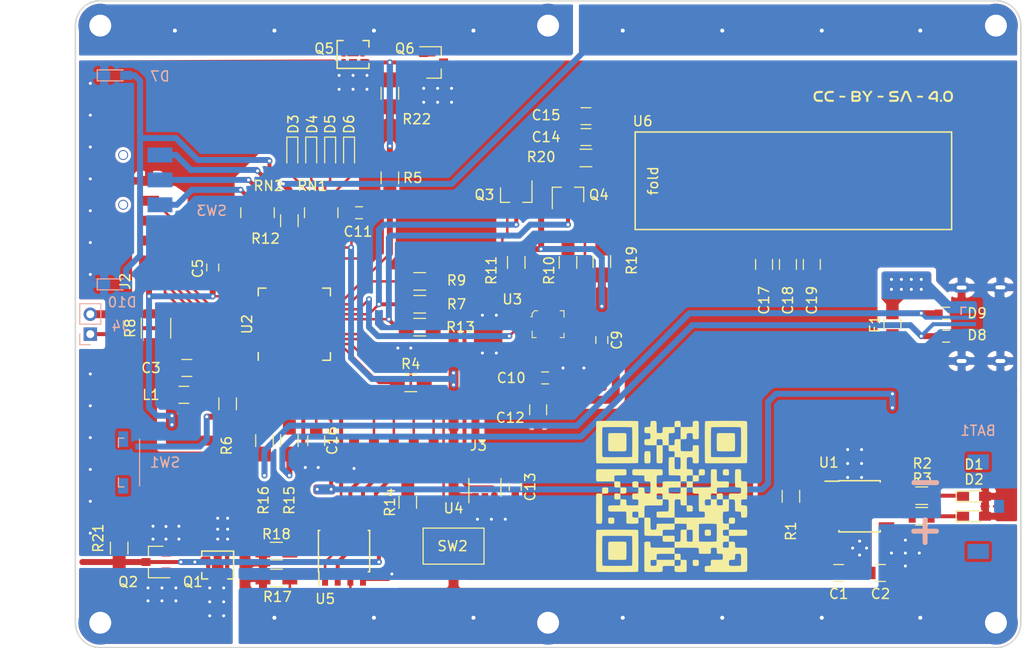
<source format=kicad_pcb>
(kicad_pcb (version 4) (host pcbnew 4.0.7)
  (layers (0 F.Cu signal) (31 B.Cu signal) (34 B.Paste user hide) (35 F.Paste user hide) (36 B.SilkS user) (37 F.SilkS user) (38 B.Mask user) (39 F.Mask user hide) (44 Edge.Cuts user))
  (net 0 "")
  (net 1 VCC)
  (net 2 PWM_1)
  (net 3 MAT_PWR)
  (net 4 +3V3)
  (net 5 GND)
  (net 6 VBUS)
  (net 7 AVCC)
  (net 8 "Net-(C13-Pad1)")
  (net 9 "Net-(C16-Pad1)")
  (net 10 "Net-(D1-Pad1)")
  (net 11 "Net-(D3-Pad2)")
  (net 12 "Net-(D4-Pad2)")
  (net 13 "Net-(D5-Pad2)")
  (net 14 D+)
  (net 15 D-)
  (net 16 "Net-(F1-Pad2)")
  (net 17 TDI)
  (net 18 TDO)
  (net 19 TMS)
  (net 20 TCK)
  (net 21 RESET)
  (net 22 SCK)
  (net 23 MISO)
  (net 24 MOSI)
  (net 25 AREF)
  (net 26 ADC0)
  (net 27 SDA)
  (net 28 SCL)
  (net 29 PRG)
  (net 30 CHRG)
  (net 31 STDBY)
  (net 32 OC0A)
  (net 33 "Net-(R6-Pad1)")
  (net 34 "Net-(R9-Pad2)")
  (net 35 OC1A)
  (net 36 "Net-(R15-Pad1)")
  (net 37 "Net-(R16-Pad1)")
  (net 38 "Net-(R17-Pad2)")
  (net 39 "Net-(R18-Pad2)")
  (net 40 PD4_LED1)
  (net 41 PD7_LED3)
  (net 42 PD6_LED2)
  (net 43 PB4_LED4)
  (net 44 CS)
  (net 45 INT6_SW1)
  (net 46 PC6_SW3)
  (net 47 PC7_SW3)
  (net 48 PE2_SW3)
  (net 49 PD5_MATRIX_SW)
  (net 50 PD3_3V3_SW)
  (net 51 "Net-(RN2-Pad7)")
  (net 52 "Net-(RN2-Pad6)")
  (net 53 SDA_3V3)
  (net 54 SCL_3V3)
  (net 55 "Net-(C15-Pad2)")
  (net 56 "Net-(C14-Pad2)")
  (net 57 "Net-(R20-Pad1)")
  (net 58 "Net-(R19-Pad1)")
  (net 59 "Net-(C19-Pad1)")
  (net 60 "Net-(C18-Pad2)")
  (net 61 "Net-(C18-Pad1)")
  (net 62 "Net-(C17-Pad2)")
  (net 63 "Net-(C17-Pad1)")
  (net 64 "Net-(D2-Pad1)")
  (net 65 "Net-(D6-Pad2)")
  (net 66 /MAT_SIG)
  (net 67 "Net-(RN2-Pad8)")
  (net 68 INT2_ACC-INT1)
  (net 69 "Net-(Q1-Pad3)")
  (net 70 PB6_BUTTONLED)
  (net 71 "Net-(Q5-Pad3)")
  (net 72 "Net-(R14-Pad1)")
  (net 73 "Net-(D10-Pad2)")
  (module OLED_0.86_14pin_i2c (layer F.Cu) (at 244.748671 59.389669 180)
    (fp_text reference U6 (at 13.348671 5.989669 180) (layer F.SilkS))
    (fp_text value OLED_0.86_14PIN)
    (fp_text user fold (at 12.3 0 270) (layer F.SilkS))
    (pad 1 smd rect (at 4.948671 4.029669) (size 2.5 0.32) (layers F.Cu F.Paste F.Mask) (net 55 "Net-(C15-Pad2)"))
    (pad 2 smd rect (at 4.948671 3.409669) (size 2.5 0.32) (layers F.Cu F.Paste F.Mask) (net 56 "Net-(C14-Pad2)"))
    (pad 3 smd rect (at 4.948671 2.789669) (size 2.5 0.32) (layers F.Cu F.Paste F.Mask) (net 57 "Net-(R20-Pad1)"))
    (pad 4 smd rect (at 4.948671 2.169669) (size 2.5 0.32) (layers F.Cu F.Paste F.Mask) (net 53 SDA_3V3))
    (pad 5 smd rect (at 4.948671 1.549669) (size 2.5 0.32) (layers F.Cu F.Paste F.Mask) (net 54 SCL_3V3))
    (pad 6 smd rect (at 4.948671 0.929669) (size 2.5 0.32) (layers F.Cu F.Paste F.Mask) (net 58 "Net-(R19-Pad1)"))
    (pad 7 smd rect (at 4.948671 0.309669) (size 2.5 0.32) (layers F.Cu F.Paste F.Mask) (net 4 +3V3))
    (pad 8 smd rect (at 4.948671 -0.310331) (size 2.5 0.32) (layers F.Cu F.Paste F.Mask) (net 5 GND))
    (pad 9 smd rect (at 4.948671 -0.930331) (size 2.5 0.32) (layers F.Cu F.Paste F.Mask) (net 59 "Net-(C19-Pad1)"))
    (pad 10 smd rect (at 4.948671 -1.550331) (size 2.5 0.32) (layers F.Cu F.Paste F.Mask) (net 4 +3V3))
    (pad 11 smd rect (at 4.948671 -2.170331) (size 2.5 0.32) (layers F.Cu F.Paste F.Mask) (net 60 "Net-(C18-Pad2)"))
    (pad 12 smd rect (at 4.948671 -2.790331) (size 2.5 0.32) (layers F.Cu F.Paste F.Mask) (net 61 "Net-(C18-Pad1)"))
    (pad 13 smd rect (at 4.948671 -3.410331) (size 2.5 0.32) (layers F.Cu F.Paste F.Mask) (net 62 "Net-(C17-Pad2)"))
    (pad 14 smd rect (at 4.948671 -4.030331) (size 2.5 0.32) (layers F.Cu F.Paste F.Mask) (net 63 "Net-(C17-Pad1)"))
  )
  (module Resistors_SMD:R_0805_HandSoldering (layer F.Cu) (at 178.8 96.3 90)
    (fp_text reference R21 (at 1 -2.1 90) (layer F.SilkS))
    (fp_text value 1MΩ)
    (pad 1 smd rect (at -1.35 0 90) (size 1.5 1.3) (layers F.Cu F.Paste F.Mask) (net 69 "Net-(Q1-Pad3)"))
    (pad 2 smd rect (at 1.35 0 90) (size 1.5 1.3) (layers F.Cu F.Paste F.Mask) (net 5 GND))
  )
  (module Capacitors_SMD:C_0603 (layer F.Cu) (at 227.3 75.4 270)
    (fp_text reference C9 (at 0 -1.5 270) (layer F.SilkS))
    (fp_text value "100 nF")
    (pad 2 smd rect (at 0.75 0 270) (size 0.8 0.75) (layers F.Cu F.Paste F.Mask) (net 5 GND))
    (pad 1 smd rect (at -0.75 0 270) (size 0.8 0.75) (layers F.Cu F.Paste F.Mask) (net 4 +3V3))
  )
  (module Buttons_Switches_SMD:SW_SPST_FSMSM (layer F.Cu) (at 212.4 96.1)
    (fp_text reference SW2 (at -0.1 0) (layer F.SilkS))
    (fp_text value SW_MODE)
    (pad 1 smd rect (at -4.59 0) (size 2.18 1.6) (layers F.Cu F.Paste F.Mask) (net 72 "Net-(R14-Pad1)"))
    (pad 2 smd rect (at 4.59 0) (size 2.18 1.6) (layers F.Cu F.Paste F.Mask) (net 5 GND))
  )
  (module Mounting_Holes:MountingHole_2.2mm_M2_Pad (layer F.Cu) (at 176.9 103.8)
    (fp_text reference MK1 hide)
    (fp_text value PWM_1)
    (pad 1 thru_hole circle (at 0 0) (size 4.4 4.4) (drill 2.2) (layers *.Cu *.Mask) (net 2 PWM_1))
  )
  (module Mounting_Holes:MountingHole_2.2mm_M2_Pad (layer F.Cu) (at 221.9 43.8)
    (fp_text reference MK2 hide)
    (fp_text value MAT_PWR)
    (pad 1 thru_hole circle (at 0 0) (size 4.4 4.4) (drill 2.2) (layers *.Cu *.Mask) (net 3 MAT_PWR))
  )
  (module Mounting_Holes:MountingHole_2.2mm_M2_Pad (layer F.Cu) (at 266.9 43.8)
    (fp_text reference MK3 hide)
    (fp_text value MAT_SIG)
    (pad 1 thru_hole circle (at 0 0) (size 4.4 4.4) (drill 2.2) (layers *.Cu *.Mask) (net 66 /MAT_SIG))
  )
  (module Mounting_Holes:MountingHole_2.2mm_M2_Pad (layer F.Cu) (at 221.9 103.8)
    (fp_text reference MK4 hide)
    (fp_text value VCC)
    (pad 1 thru_hole circle (at 0 0) (size 4.4 4.4) (drill 2.2) (layers *.Cu *.Mask) (net 1 VCC))
  )
  (module Mounting_Holes:MountingHole_2.2mm_M2_Pad (layer F.Cu) (at 266.9 103.8)
    (fp_text reference MK5 hide)
    (fp_text value VCC)
    (pad 1 thru_hole circle (at 0 0) (size 4.4 4.4) (drill 2.2) (layers *.Cu *.Mask) (net 1 VCC))
  )
  (module Mounting_Holes:MountingHole_2.2mm_M2_Pad (layer F.Cu) (at 176.9 43.8)
    (fp_text reference MK6 hide)
    (fp_text value MAT_PWR)
    (pad 1 thru_hole circle (at 0 0) (size 4.4 4.4) (drill 2.2) (layers *.Cu *.Mask) (net 3 MAT_PWR))
  )
  (module lt_foots:CONN_AVX_RT_ANGLE_3pin_2.5mm_pitch (layer B.Cu) (at 265.1 92.1 270)
    (fp_text reference BAT1 (at -7.6 0 360) (layer B.SilkS) (effects (justify mirror)))
    (fp_text value LIPO_W_NTC)
    (pad "" smd rect (at -4.461931 -0.017919 90) (size 1.5 2.15) (layers B.Cu B.Paste B.Mask))
    (pad 3 smd rect (at 2.5 -2.117919 90) (size 1.4 1) (layers B.Cu B.Paste B.Mask) (net 1 VCC))
    (pad "" smd rect (at 4.538069 -0.017919 90) (size 1.5 2.15) (layers B.Cu B.Paste B.Mask))
    (pad 2 smd rect (at 0 -2.117919 90) (size 1.3 1) (layers B.Cu B.Paste B.Mask))
    (pad 1 smd rect (at -2.5 -2.117919 90) (size 1.4 1) (layers B.Cu B.Paste B.Mask) (net 5 GND))
  )
  (module Pin_Headers:Pin_Header_Straight_1x02_Pitch2.00mm (layer B.Cu) (at 175.9 74.8)
    (fp_text reference J4 (at 3 -0.8) (layer B.SilkS) (effects (justify mirror)))
    (fp_text value TEMP_Conn_01x02)
    (pad 1 thru_hole rect (at 0 0) (size 1.35 1.35) (drill 0.8) (layers *.Cu *.Mask) (net 25 AREF))
    (pad 2 thru_hole oval (at 0 -2) (size 1.35 1.35) (drill 0.8) (layers *.Cu *.Mask) (net 26 ADC0))
  )
  (module TO_SOT_Packages_SMD:SOT-23 (layer F.Cu) (at 218.7 60.8 270)
    (fp_text reference Q3 (at 0 3.2 540) (layer F.SilkS))
    (fp_text value 2N7002)
    (pad 1 smd rect (at -1 -0.95 270) (size 0.9 0.8) (layers F.Cu F.Paste F.Mask) (net 4 +3V3))
    (pad 2 smd rect (at -1 0.95 270) (size 0.9 0.8) (layers F.Cu F.Paste F.Mask) (net 53 SDA_3V3))
    (pad 3 smd rect (at 1 0 270) (size 0.9 0.8) (layers F.Cu F.Paste F.Mask) (net 27 SDA))
  )
  (module TO_SOT_Packages_SMD:SOT-23 (layer F.Cu) (at 223.9 60.8 90)
    (fp_text reference Q4 (at 0 3.1 360) (layer F.SilkS))
    (fp_text value 2N7002)
    (pad 1 smd rect (at -1 -0.95 90) (size 0.9 0.8) (layers F.Cu F.Paste F.Mask) (net 4 +3V3))
    (pad 2 smd rect (at -1 0.95 90) (size 0.9 0.8) (layers F.Cu F.Paste F.Mask) (net 54 SCL_3V3))
    (pad 3 smd rect (at 1 0 90) (size 0.9 0.8) (layers F.Cu F.Paste F.Mask) (net 28 SCL))
  )
  (module Resistors_SMD:R_Array_Convex_4x0603 (layer F.Cu) (at 199.1 62.6 90)
    (fp_text reference RN1 (at 2.7 -0.9 180) (layer F.SilkS))
    (fp_text value R_Pack_1kΩ)
    (pad 1 smd rect (at -0.9 -1.2 90) (size 0.8 0.5) (layers F.Cu F.Paste F.Mask) (net 43 PB4_LED4))
    (pad 3 smd rect (at -0.9 0.4 90) (size 0.8 0.4) (layers F.Cu F.Paste F.Mask) (net 42 PD6_LED2))
    (pad 2 smd rect (at -0.9 -0.4 90) (size 0.8 0.4) (layers F.Cu F.Paste F.Mask) (net 41 PD7_LED3))
    (pad 4 smd rect (at -0.9 1.2 90) (size 0.8 0.5) (layers F.Cu F.Paste F.Mask) (net 40 PD4_LED1))
    (pad 7 smd rect (at 0.9 -0.4 90) (size 0.8 0.4) (layers F.Cu F.Paste F.Mask) (net 12 "Net-(D4-Pad2)"))
    (pad 8 smd rect (at 0.9 -1.2 90) (size 0.8 0.5) (layers F.Cu F.Paste F.Mask) (net 11 "Net-(D3-Pad2)"))
    (pad 6 smd rect (at 0.9 0.4 90) (size 0.8 0.4) (layers F.Cu F.Paste F.Mask) (net 13 "Net-(D5-Pad2)"))
    (pad 5 smd rect (at 0.9 1.2 90) (size 0.8 0.5) (layers F.Cu F.Paste F.Mask) (net 65 "Net-(D6-Pad2)"))
  )
  (module lt_foots:white_nano_smd_switch (layer B.Cu) (at 179 87.7 270)
    (fp_text reference SW1 (at 0 -4.4 540) (layer B.SilkS) (effects (justify mirror)))
    (fp_text value SW_MODE)
    (pad 2 smd rect (at 1.625 -1.925 90) (size 0.6 1) (layers B.Cu B.Paste B.Mask) (net 5 GND))
    (pad 1 smd rect (at -1.6 -1.925 90) (size 0.6 1) (layers B.Cu B.Paste B.Mask) (net 33 "Net-(R6-Pad1)"))
    (pad "" smd rect (at -2.35 -0.2 90) (size 1.55 1) (layers B.Cu B.Paste B.Mask))
    (pad "" smd rect (at 2.35 -0.2 90) (size 1.55 1) (layers B.Cu B.Paste B.Mask))
  )
  (module Housings_SOIC:SOIC-8-1EP_3.9x4.9mm_Pitch1.27mm (layer F.Cu) (at 253.2 92.1)
    (fp_text reference U1 (at -3.1 -4.4 180) (layer F.SilkS))
    (fp_text value TP4056)
    (pad 1 smd rect (at -2.7 -1.905) (size 1.55 0.6) (layers F.Cu F.Paste F.Mask) (net 5 GND))
    (pad 2 smd rect (at -2.7 -0.635) (size 1.55 0.6) (layers F.Cu F.Paste F.Mask) (net 29 PRG))
    (pad 3 smd rect (at -2.7 0.635) (size 1.55 0.6) (layers F.Cu F.Paste F.Mask) (net 5 GND))
    (pad 4 smd rect (at -2.7 1.905) (size 1.55 0.6) (layers F.Cu F.Paste F.Mask) (net 6 VBUS))
    (pad 5 smd rect (at 2.7 1.905) (size 1.55 0.6) (layers F.Cu F.Paste F.Mask) (net 1 VCC))
    (pad 6 smd rect (at 2.7 0.635) (size 1.55 0.6) (layers F.Cu F.Paste F.Mask) (net 31 STDBY))
    (pad 7 smd rect (at 2.7 -0.635) (size 1.55 0.6) (layers F.Cu F.Paste F.Mask) (net 30 CHRG))
    (pad 8 smd rect (at 2.7 -1.905) (size 1.55 0.6) (layers F.Cu F.Paste F.Mask) (net 6 VBUS))
    (pad 9 smd rect (at 0.5875 0.5875) (size 1.175 1.175) (layers F.Cu F.Paste F.Mask) (net 5 GND))
    (pad 9 smd rect (at 0.5875 -0.5875) (size 1.175 1.175) (layers F.Cu F.Paste F.Mask) (net 5 GND))
    (pad 9 smd rect (at -0.5875 0.5875) (size 1.175 1.175) (layers F.Cu F.Paste F.Mask) (net 5 GND))
    (pad 9 smd rect (at -0.5875 -0.5875) (size 1.175 1.175) (layers F.Cu F.Paste F.Mask) (net 5 GND))
  )
  (module Housings_DFN_QFN:QFN-44-1EP_7x7mm_Pitch0.5mm (layer F.Cu) (at 196.4 73.8 90)
    (fp_text reference U2 (at 0 -4.75 90) (layer F.SilkS))
    (fp_text value ATMEGA32U4-RC-MU)
    (pad 1 smd rect (at -3.4 -2.5 90) (size 0.7 0.25) (layers F.Cu F.Paste F.Mask) (net 45 INT6_SW1))
    (pad 2 smd rect (at -3.4 -2 90) (size 0.7 0.25) (layers F.Cu F.Paste F.Mask) (net 1 VCC))
    (pad 3 smd rect (at -3.4 -1.5 90) (size 0.7 0.25) (layers F.Cu F.Paste F.Mask) (net 37 "Net-(R16-Pad1)"))
    (pad 4 smd rect (at -3.4 -1 90) (size 0.7 0.25) (layers F.Cu F.Paste F.Mask) (net 36 "Net-(R15-Pad1)"))
    (pad 5 smd rect (at -3.4 -0.5 90) (size 0.7 0.25) (layers F.Cu F.Paste F.Mask) (net 5 GND))
    (pad 6 smd rect (at -3.4 0 90) (size 0.7 0.25) (layers F.Cu F.Paste F.Mask) (net 9 "Net-(C16-Pad1)"))
    (pad 7 smd rect (at -3.4 0.5 90) (size 0.7 0.25) (layers F.Cu F.Paste F.Mask) (net 6 VBUS))
    (pad 8 smd rect (at -3.4 1 90) (size 0.7 0.25) (layers F.Cu F.Paste F.Mask) (net 44 CS))
    (pad 9 smd rect (at -3.4 1.5 90) (size 0.7 0.25) (layers F.Cu F.Paste F.Mask) (net 22 SCK))
    (pad 10 smd rect (at -3.4 2 90) (size 0.7 0.25) (layers F.Cu F.Paste F.Mask) (net 24 MOSI))
    (pad 11 smd rect (at -3.4 2.5 90) (size 0.7 0.25) (layers F.Cu F.Paste F.Mask) (net 23 MISO))
    (pad 12 smd rect (at -2.5 3.4 180) (size 0.7 0.25) (layers F.Cu F.Paste F.Mask) (net 32 OC0A))
    (pad 13 smd rect (at -2 3.4 180) (size 0.7 0.25) (layers F.Cu F.Paste F.Mask) (net 21 RESET))
    (pad 14 smd rect (at -1.5 3.4 180) (size 0.7 0.25) (layers F.Cu F.Paste F.Mask) (net 1 VCC))
    (pad 15 smd rect (at -1 3.4 180) (size 0.7 0.25) (layers F.Cu F.Paste F.Mask) (net 5 GND))
    (pad 16 smd rect (at -0.5 3.4 180) (size 0.7 0.25) (layers F.Cu F.Paste F.Mask))
    (pad 17 smd rect (at 0 3.4 180) (size 0.7 0.25) (layers F.Cu F.Paste F.Mask))
    (pad 18 smd rect (at 0.5 3.4 180) (size 0.7 0.25) (layers F.Cu F.Paste F.Mask) (net 28 SCL))
    (pad 19 smd rect (at 1 3.4 180) (size 0.7 0.25) (layers F.Cu F.Paste F.Mask) (net 27 SDA))
    (pad 20 smd rect (at 1.5 3.4 180) (size 0.7 0.25) (layers F.Cu F.Paste F.Mask) (net 68 INT2_ACC-INT1))
    (pad 21 smd rect (at 2 3.4 180) (size 0.7 0.25) (layers F.Cu F.Paste F.Mask) (net 50 PD3_3V3_SW))
    (pad 22 smd rect (at 2.5 3.4 180) (size 0.7 0.25) (layers F.Cu F.Paste F.Mask) (net 49 PD5_MATRIX_SW))
    (pad 23 smd rect (at 3.4 2.5 90) (size 0.7 0.25) (layers F.Cu F.Paste F.Mask) (net 5 GND))
    (pad 24 smd rect (at 3.4 2 90) (size 0.7 0.25) (layers F.Cu F.Paste F.Mask) (net 1 VCC))
    (pad 25 smd rect (at 3.4 1.5 90) (size 0.7 0.25) (layers F.Cu F.Paste F.Mask) (net 40 PD4_LED1))
    (pad 26 smd rect (at 3.4 1 90) (size 0.7 0.25) (layers F.Cu F.Paste F.Mask) (net 42 PD6_LED2))
    (pad 27 smd rect (at 3.4 0.5 90) (size 0.7 0.25) (layers F.Cu F.Paste F.Mask) (net 41 PD7_LED3))
    (pad 28 smd rect (at 3.4 0 90) (size 0.7 0.25) (layers F.Cu F.Paste F.Mask) (net 43 PB4_LED4))
    (pad 29 smd rect (at 3.4 -0.5 90) (size 0.7 0.25) (layers F.Cu F.Paste F.Mask) (net 35 OC1A))
    (pad 30 smd rect (at 3.4 -1 90) (size 0.7 0.25) (layers F.Cu F.Paste F.Mask) (net 70 PB6_BUTTONLED))
    (pad 31 smd rect (at 3.4 -1.5 90) (size 0.7 0.25) (layers F.Cu F.Paste F.Mask) (net 46 PC6_SW3))
    (pad 32 smd rect (at 3.4 -2 90) (size 0.7 0.25) (layers F.Cu F.Paste F.Mask) (net 47 PC7_SW3))
    (pad 33 smd rect (at 3.4 -2.5 90) (size 0.7 0.25) (layers F.Cu F.Paste F.Mask) (net 48 PE2_SW3))
    (pad 34 smd rect (at 2.5 -3.4 180) (size 0.7 0.25) (layers F.Cu F.Paste F.Mask) (net 1 VCC))
    (pad 35 smd rect (at 2 -3.4 180) (size 0.7 0.25) (layers F.Cu F.Paste F.Mask) (net 5 GND))
    (pad 36 smd rect (at 1.5 -3.4 180) (size 0.7 0.25) (layers F.Cu F.Paste F.Mask) (net 17 TDI))
    (pad 37 smd rect (at 1 -3.4 180) (size 0.7 0.25) (layers F.Cu F.Paste F.Mask) (net 18 TDO))
    (pad 38 smd rect (at 0.5 -3.4 180) (size 0.7 0.25) (layers F.Cu F.Paste F.Mask) (net 19 TMS))
    (pad 39 smd rect (at 0 -3.4 180) (size 0.7 0.25) (layers F.Cu F.Paste F.Mask) (net 20 TCK))
    (pad 40 smd rect (at -0.5 -3.4 180) (size 0.7 0.25) (layers F.Cu F.Paste F.Mask))
    (pad 41 smd rect (at -1 -3.4 180) (size 0.7 0.25) (layers F.Cu F.Paste F.Mask) (net 26 ADC0))
    (pad 42 smd rect (at -1.5 -3.4 180) (size 0.7 0.25) (layers F.Cu F.Paste F.Mask) (net 25 AREF))
    (pad 43 smd rect (at -2 -3.4 180) (size 0.7 0.25) (layers F.Cu F.Paste F.Mask) (net 5 GND))
    (pad 44 smd rect (at -2.5 -3.4 180) (size 0.7 0.25) (layers F.Cu F.Paste F.Mask) (net 7 AVCC))
    (pad 45 smd rect (at 1.93125 1.93125 90) (size 1.2875 1.2875) (layers F.Cu F.Paste F.Mask) (net 5 GND))
    (pad 45 smd rect (at 1.93125 0.64375 90) (size 1.2875 1.2875) (layers F.Cu F.Paste F.Mask) (net 5 GND))
    (pad 45 smd rect (at 1.93125 -0.64375 90) (size 1.2875 1.2875) (layers F.Cu F.Paste F.Mask) (net 5 GND))
    (pad 45 smd rect (at 1.93125 -1.93125 90) (size 1.2875 1.2875) (layers F.Cu F.Paste F.Mask) (net 5 GND))
    (pad 45 smd rect (at 0.64375 1.93125 90) (size 1.2875 1.2875) (layers F.Cu F.Paste F.Mask) (net 5 GND))
    (pad 45 smd rect (at 0.64375 0.64375 90) (size 1.2875 1.2875) (layers F.Cu F.Paste F.Mask) (net 5 GND))
    (pad 45 smd rect (at 0.64375 -0.64375 90) (size 1.2875 1.2875) (layers F.Cu F.Paste F.Mask) (net 5 GND))
    (pad 45 smd rect (at 0.64375 -1.93125 90) (size 1.2875 1.2875) (layers F.Cu F.Paste F.Mask) (net 5 GND))
    (pad 45 smd rect (at -0.64375 1.93125 90) (size 1.2875 1.2875) (layers F.Cu F.Paste F.Mask) (net 5 GND))
    (pad 45 smd rect (at -0.64375 0.64375 90) (size 1.2875 1.2875) (layers F.Cu F.Paste F.Mask) (net 5 GND))
    (pad 45 smd rect (at -0.64375 -0.64375 90) (size 1.2875 1.2875) (layers F.Cu F.Paste F.Mask) (net 5 GND))
    (pad 45 smd rect (at -0.64375 -1.93125 90) (size 1.2875 1.2875) (layers F.Cu F.Paste F.Mask) (net 5 GND))
    (pad 45 smd rect (at -1.93125 1.93125 90) (size 1.2875 1.2875) (layers F.Cu F.Paste F.Mask) (net 5 GND))
    (pad 45 smd rect (at -1.93125 0.64375 90) (size 1.2875 1.2875) (layers F.Cu F.Paste F.Mask) (net 5 GND))
    (pad 45 smd rect (at -1.93125 -0.64375 90) (size 1.2875 1.2875) (layers F.Cu F.Paste F.Mask) (net 5 GND))
    (pad 45 smd rect (at -1.93125 -1.93125 90) (size 1.2875 1.2875) (layers F.Cu F.Paste F.Mask) (net 5 GND))
  )
  (module TO_SOT_Packages_SMD:SOT-23-5 (layer F.Cu) (at 215.55 90.2 90)
    (fp_text reference U4 (at -2.1 -3.15 180) (layer F.SilkS))
    (fp_text value MIC5205-3.3)
    (pad 1 smd rect (at -1.1 -0.95 90) (size 1.06 0.65) (layers F.Cu F.Paste F.Mask) (net 1 VCC))
    (pad 2 smd rect (at -1.1 0 90) (size 1.06 0.65) (layers F.Cu F.Paste F.Mask) (net 5 GND))
    (pad 3 smd rect (at -1.1 0.95 90) (size 1.06 0.65) (layers F.Cu F.Paste F.Mask) (net 34 "Net-(R9-Pad2)"))
    (pad 4 smd rect (at 1.1 0.95 90) (size 1.06 0.65) (layers F.Cu F.Paste F.Mask) (net 8 "Net-(C13-Pad1)"))
    (pad 5 smd rect (at 1.1 -0.95 90) (size 1.06 0.65) (layers F.Cu F.Paste F.Mask) (net 4 +3V3))
  )
  (module Housings_SOIC:SOIC-8_3.9x4.9mm_Pitch1.27mm (layer F.Cu) (at 201.395 96.6 90)
    (fp_text reference U5 (at -4.8 -1.895 180) (layer F.SilkS))
    (fp_text value AT25_EEPROM)
    (pad 1 smd rect (at -2.7 -1.905 90) (size 1.55 0.6) (layers F.Cu F.Paste F.Mask) (net 44 CS))
    (pad 2 smd rect (at -2.7 -0.635 90) (size 1.55 0.6) (layers F.Cu F.Paste F.Mask) (net 23 MISO))
    (pad 3 smd rect (at -2.7 0.635 90) (size 1.55 0.6) (layers F.Cu F.Paste F.Mask) (net 38 "Net-(R17-Pad2)"))
    (pad 4 smd rect (at -2.7 1.905 90) (size 1.55 0.6) (layers F.Cu F.Paste F.Mask) (net 5 GND))
    (pad 5 smd rect (at 2.7 1.905 90) (size 1.55 0.6) (layers F.Cu F.Paste F.Mask) (net 24 MOSI))
    (pad 6 smd rect (at 2.7 0.635 90) (size 1.55 0.6) (layers F.Cu F.Paste F.Mask) (net 22 SCK))
    (pad 7 smd rect (at 2.7 -0.635 90) (size 1.55 0.6) (layers F.Cu F.Paste F.Mask) (net 39 "Net-(R18-Pad2)"))
    (pad 8 smd rect (at 2.7 -1.905 90) (size 1.55 0.6) (layers F.Cu F.Paste F.Mask) (net 1 VCC))
  )
  (module Resistors_SMD:R_Array_Convex_4x0603 (layer F.Cu) (at 192.7 62.6 90)
    (fp_text reference RN2 (at 2.7 1.1 180) (layer F.SilkS))
    (fp_text value R_Pack_10kΩ)
    (pad 1 smd rect (at -0.9 -1.2 90) (size 0.8 0.5) (layers F.Cu F.Paste F.Mask) (net 48 PE2_SW3))
    (pad 3 smd rect (at -0.9 0.4 90) (size 0.8 0.4) (layers F.Cu F.Paste F.Mask) (net 46 PC6_SW3))
    (pad 2 smd rect (at -0.9 -0.4 90) (size 0.8 0.4) (layers F.Cu F.Paste F.Mask) (net 47 PC7_SW3))
    (pad 4 smd rect (at -0.9 1.2 90) (size 0.8 0.5) (layers F.Cu F.Paste F.Mask) (net 70 PB6_BUTTONLED))
    (pad 7 smd rect (at 0.9 -0.4 90) (size 0.8 0.4) (layers F.Cu F.Paste F.Mask) (net 51 "Net-(RN2-Pad7)"))
    (pad 8 smd rect (at 0.9 -1.2 90) (size 0.8 0.5) (layers F.Cu F.Paste F.Mask) (net 67 "Net-(RN2-Pad8)"))
    (pad 6 smd rect (at 0.9 0.4 90) (size 0.8 0.4) (layers F.Cu F.Paste F.Mask) (net 52 "Net-(RN2-Pad6)"))
    (pad 5 smd rect (at 0.9 1.2 90) (size 0.8 0.5) (layers F.Cu F.Paste F.Mask) (net 73 "Net-(D10-Pad2)"))
  )
  (module lt_foots:Conn_01x06_SMD_2mm (layer F.Cu) (at 181.8 69.4 180)
    (fp_text reference J2 (at 2.4 -0.1 270) (layer F.SilkS))
    (fp_text value JTAG_Conn_01x06)
    (pad 1 smd rect (at 0 0 180) (size 2 1) (layers F.Cu F.Paste F.Mask) (net 1 VCC))
    (pad 2 smd rect (at 0 2 180) (size 2 1) (layers F.Cu F.Paste F.Mask) (net 20 TCK))
    (pad 3 smd rect (at 0 4 180) (size 2 1) (layers F.Cu F.Paste F.Mask) (net 19 TMS))
    (pad 4 smd rect (at 0 6 180) (size 2 1) (layers F.Cu F.Paste F.Mask) (net 18 TDO))
    (pad 5 smd rect (at 0 8 180) (size 2 1) (layers F.Cu F.Paste F.Mask) (net 17 TDI))
    (pad 6 smd rect (at 0 10 180) (size 2 1) (layers F.Cu F.Paste F.Mask) (net 5 GND))
  )
  (module lt_foots:Conn_01x06_SMD_2mm (layer F.Cu) (at 212.4 86 270)
    (fp_text reference J3 (at 0 -2.5 360) (layer F.SilkS))
    (fp_text value ISP_Conn_01x06)
    (pad 1 smd rect (at 0 0 270) (size 2 1) (layers F.Cu F.Paste F.Mask) (net 1 VCC))
    (pad 2 smd rect (at 0 2 270) (size 2 1) (layers F.Cu F.Paste F.Mask) (net 21 RESET))
    (pad 3 smd rect (at 0 4 270) (size 2 1) (layers F.Cu F.Paste F.Mask) (net 23 MISO))
    (pad 4 smd rect (at 0 6 270) (size 2 1) (layers F.Cu F.Paste F.Mask) (net 24 MOSI))
    (pad 5 smd rect (at 0 8 270) (size 2 1) (layers F.Cu F.Paste F.Mask) (net 22 SCK))
    (pad 6 smd rect (at 0 10 270) (size 2 1) (layers F.Cu F.Paste F.Mask) (net 5 GND))
  )
  (module Capacitors_SMD:C_0805_HandSoldering (layer F.Cu) (at 256.5 73.8 90)
    (fp_text reference F1 (at 0 -1.75 90) (layer F.SilkS))
    (fp_text value Polyfuse_1A_hold)
    (pad 1 smd rect (at -1.25 0 90) (size 1.5 1.25) (layers F.Cu F.Paste F.Mask) (net 6 VBUS))
    (pad 2 smd rect (at 1.25 0 90) (size 1.5 1.25) (layers F.Cu F.Paste F.Mask) (net 16 "Net-(F1-Pad2)"))
  )
  (module lt_foots:LGA-14L_2.5x3mm__LSM6DS3 (layer F.Cu) (at 221.9 73.8)
    (fp_text reference U3 (at -3.6 -2.5) (layer F.SilkS))
    (fp_text value LSM6DS3TR)
    (pad 2 smd rect (at -1.25 -0.25) (size 0.75 0.3) (layers F.Cu F.Paste F.Mask) (net 5 GND))
    (pad 3 smd rect (at -1.25 0.25) (size 0.75 0.3) (layers F.Cu F.Paste F.Mask) (net 5 GND))
    (pad 4 smd rect (at -1.25 0.8) (size 0.65 0.3) (layers F.Cu F.Paste F.Mask) (net 68 INT2_ACC-INT1))
    (pad 1 smd rect (at -1.25 -0.8) (size 0.65 0.3) (layers F.Cu F.Paste F.Mask) (net 5 GND))
    (pad 11 smd rect (at 1.25 -0.8) (size 0.65 0.35) (layers F.Cu F.Paste F.Mask))
    (pad 10 smd rect (at 1.25 -0.25) (size 0.75 0.3) (layers F.Cu F.Paste F.Mask))
    (pad 9 smd rect (at 1.25 0.25) (size 0.75 0.3) (layers F.Cu F.Paste F.Mask))
    (pad 8 smd rect (at 1.25 0.8) (size 0.65 0.3) (layers F.Cu F.Paste F.Mask) (net 4 +3V3))
    (pad 6 smd rect (at 0 1) (size 0.3 0.75) (layers F.Cu F.Paste F.Mask) (net 5 GND))
    (pad 7 smd rect (at 0.5 1) (size 0.3 0.75) (layers F.Cu F.Paste F.Mask) (net 5 GND))
    (pad 5 smd rect (at -0.5 1) (size 0.3 0.75) (layers F.Cu F.Paste F.Mask) (net 4 +3V3))
    (pad 13 smd rect (at 0 -1) (size 0.3 0.75) (layers F.Cu F.Paste F.Mask) (net 54 SCL_3V3))
    (pad 14 smd rect (at -0.5 -1) (size 0.3 0.75) (layers F.Cu F.Paste F.Mask) (net 53 SDA_3V3))
    (pad 12 smd rect (at 0.5 -1) (size 0.3 0.75) (layers F.Cu F.Paste F.Mask))
  )
  (module lt_foots:Conn_USBmicro-B_ebay-side_TH_GROUND (layer B.Cu) (at 266.9 73.8 270)
    (fp_text reference J1)
    (fp_text value USB_Micro_Jack)
    (pad 5 thru_hole oval (at -3.675 3.45 270) (size 1 1.8) (drill oval 0.4 1) (layers *.Cu *.Mask B.Paste) (net 5 GND))
    (pad 5 thru_hole oval (at 3.7 3.45 270) (size 1 1.8) (drill oval 0.4 1) (layers *.Cu *.Mask B.Paste) (net 5 GND))
    (pad 5 thru_hole oval (at -3.7 -0.45 270) (size 1 1.8) (drill oval 0.4 1) (layers *.Cu *.Mask B.Paste) (net 5 GND))
    (pad 5 smd rect (at 0 0 270) (size 2 2) (layers B.Cu B.Paste B.Mask) (net 5 GND))
    (pad 5 thru_hole oval (at 3.7 -0.45 270) (size 1 1.8) (drill oval 0.4 1) (layers *.Cu *.Mask B.Paste) (net 5 GND))
    (pad 1 smd rect (at -1.3 2.675 270) (size 0.4 1.35) (layers B.Cu B.Paste B.Mask) (net 16 "Net-(F1-Pad2)"))
    (pad 2 smd rect (at -0.65 2.675 270) (size 0.4 1.35) (layers B.Cu B.Paste B.Mask) (net 15 D-))
    (pad 3 smd rect (at 0 2.675 270) (size 0.4 1.35) (layers B.Cu B.Paste B.Mask) (net 14 D+))
    (pad 4 smd rect (at 0.65 2.675 270) (size 0.4 1.35) (layers B.Cu B.Paste B.Mask) (net 5 GND))
    (pad 5 smd rect (at 1.3 2.675 270) (size 0.4 1.35) (layers B.Cu B.Paste B.Mask) (net 5 GND))
  )
  (module Capacitors_SMD:C_0805_HandSoldering (layer F.Cu) (at 185.3 80.9)
    (fp_text reference L1 (at -3.3 0) (layer F.SilkS))
    (fp_text value 10µH)
    (pad 1 smd rect (at -1.25 0) (size 1.5 1.25) (layers F.Cu F.Paste F.Mask) (net 1 VCC))
    (pad 2 smd rect (at 1.25 0) (size 1.5 1.25) (layers F.Cu F.Paste F.Mask) (net 7 AVCC))
  )
  (module LEDs:LED_0603_HandSoldering (layer F.Cu) (at 264.7 91.1)
    (fp_text reference D1 (at 0 -3.2) (layer F.SilkS))
    (fp_text value RED)
    (pad 1 smd rect (at -1.1 0) (size 1.2 0.9) (layers F.Cu F.Paste F.Mask) (net 10 "Net-(D1-Pad1)"))
    (pad 2 smd rect (at 1.1 0) (size 1.2 0.9) (layers F.Cu F.Paste F.Mask) (net 6 VBUS))
  )
  (module LEDs:LED_0603_HandSoldering (layer F.Cu) (at 264.7 93.1)
    (fp_text reference D2 (at 0 -3.7) (layer F.SilkS))
    (fp_text value GREEN)
    (pad 1 smd rect (at -1.1 0) (size 1.2 0.9) (layers F.Cu F.Paste F.Mask) (net 64 "Net-(D2-Pad1)"))
    (pad 2 smd rect (at 1.1 0) (size 1.2 0.9) (layers F.Cu F.Paste F.Mask) (net 6 VBUS))
  )
  (module LEDs:LED_0603_HandSoldering (layer F.Cu) (at 196.2 56.8 270)
    (fp_text reference D3 (at -3.1 -0.1 270) (layer F.SilkS))
    (fp_text value STAT_RED)
    (pad 1 smd rect (at -1.1 0 270) (size 1.2 0.9) (layers F.Cu F.Paste F.Mask) (net 5 GND))
    (pad 2 smd rect (at 1.1 0 270) (size 1.2 0.9) (layers F.Cu F.Paste F.Mask) (net 11 "Net-(D3-Pad2)"))
  )
  (module LEDs:LED_0603_HandSoldering (layer F.Cu) (at 198.1 56.8 270)
    (fp_text reference D4 (at -3.1 -0.1 270) (layer F.SilkS))
    (fp_text value STAT_ORANGE)
    (pad 1 smd rect (at -1.1 0 270) (size 1.2 0.9) (layers F.Cu F.Paste F.Mask) (net 5 GND))
    (pad 2 smd rect (at 1.1 0 270) (size 1.2 0.9) (layers F.Cu F.Paste F.Mask) (net 12 "Net-(D4-Pad2)"))
  )
  (module LEDs:LED_0603_HandSoldering (layer F.Cu) (at 200 56.8 270)
    (fp_text reference D5 (at -3.1 0 270) (layer F.SilkS))
    (fp_text value STAT_YELLOW)
    (pad 1 smd rect (at -1.1 0 270) (size 1.2 0.9) (layers F.Cu F.Paste F.Mask) (net 5 GND))
    (pad 2 smd rect (at 1.1 0 270) (size 1.2 0.9) (layers F.Cu F.Paste F.Mask) (net 13 "Net-(D5-Pad2)"))
  )
  (module LEDs:LED_0603_HandSoldering (layer F.Cu) (at 201.9 56.8 270)
    (fp_text reference D6 (at -3.1 0 270) (layer F.SilkS))
    (fp_text value STAT_GRN)
    (pad 1 smd rect (at -1.1 0 270) (size 1.2 0.9) (layers F.Cu F.Paste F.Mask) (net 5 GND))
    (pad 2 smd rect (at 1.1 0 270) (size 1.2 0.9) (layers F.Cu F.Paste F.Mask) (net 65 "Net-(D6-Pad2)"))
  )
  (module LEDs:LED_0603_HandSoldering (layer B.Cu) (at 178.4 48.8)
    (fp_text reference D7 (at 4.5 0.1) (layer B.SilkS) (effects (justify mirror)))
    (fp_text value BUTTONLED_PINK)
    (pad 1 smd rect (at -1.1 0) (size 1.2 0.9) (layers B.Cu B.Paste B.Mask) (net 5 GND))
    (pad 2 smd rect (at 1.1 0) (size 1.2 0.9) (layers B.Cu B.Paste B.Mask) (net 73 "Net-(D10-Pad2)"))
  )
  (module Resistors_SMD:R_0805_HandSoldering (layer F.Cu) (at 246.3 91.1 270)
    (fp_text reference R1 (at 3.5 0 270) (layer F.SilkS))
    (fp_text value 1.2KΩ)
    (pad 1 smd rect (at -1.35 0 270) (size 1.5 1.3) (layers F.Cu F.Paste F.Mask) (net 5 GND))
    (pad 2 smd rect (at 1.35 0 270) (size 1.5 1.3) (layers F.Cu F.Paste F.Mask) (net 29 PRG))
  )
  (module Resistors_SMD:R_0805_HandSoldering (layer F.Cu) (at 208.1 79.7)
    (fp_text reference R4 (at 0 -1.9) (layer F.SilkS))
    (fp_text value 1KΩ)
    (pad 1 smd rect (at -1.35 0) (size 1.5 1.3) (layers F.Cu F.Paste F.Mask) (net 32 OC0A))
    (pad 2 smd rect (at 1.35 0) (size 1.5 1.3) (layers F.Cu F.Paste F.Mask) (net 69 "Net-(Q1-Pad3)"))
  )
  (module Resistors_SMD:R_0805_HandSoldering (layer F.Cu) (at 206 59.1 90)
    (fp_text reference R5 (at 0 2.3 180) (layer F.SilkS))
    (fp_text value 1KΩ)
    (pad 1 smd rect (at -1.35 0 90) (size 1.5 1.3) (layers F.Cu F.Paste F.Mask) (net 49 PD5_MATRIX_SW))
    (pad 2 smd rect (at 1.35 0 90) (size 1.5 1.3) (layers F.Cu F.Paste F.Mask) (net 71 "Net-(Q5-Pad3)"))
  )
  (module Resistors_SMD:R_0805_HandSoldering (layer F.Cu) (at 189.7 81.8 90)
    (fp_text reference R6 (at -4.2 -0.1 90) (layer F.SilkS))
    (fp_text value 10KΩ)
    (pad 1 smd rect (at -1.35 0 90) (size 1.5 1.3) (layers F.Cu F.Paste F.Mask) (net 33 "Net-(R6-Pad1)"))
    (pad 2 smd rect (at 1.35 0 90) (size 1.5 1.3) (layers F.Cu F.Paste F.Mask) (net 45 INT6_SW1))
  )
  (module Resistors_SMD:R_0805_HandSoldering (layer F.Cu) (at 209 71.8 180)
    (fp_text reference R7 (at -3.7 0 180) (layer F.SilkS))
    (fp_text value 10kΩ)
    (pad 1 smd rect (at -1.35 0 180) (size 1.5 1.3) (layers F.Cu F.Paste F.Mask) (net 1 VCC))
    (pad 2 smd rect (at 1.35 0 180) (size 1.5 1.3) (layers F.Cu F.Paste F.Mask) (net 27 SDA))
  )
  (module Resistors_SMD:R_0805_HandSoldering (layer F.Cu) (at 209 69.5)
    (fp_text reference R9 (at 3.7 -0.1) (layer F.SilkS))
    (fp_text value 1KΩ)
    (pad 1 smd rect (at -1.35 0) (size 1.5 1.3) (layers F.Cu F.Paste F.Mask) (net 50 PD3_3V3_SW))
    (pad 2 smd rect (at 1.35 0) (size 1.5 1.3) (layers F.Cu F.Paste F.Mask) (net 34 "Net-(R9-Pad2)"))
  )
  (module Resistors_SMD:R_0805_HandSoldering (layer F.Cu) (at 223.9 67.6 270)
    (fp_text reference R10 (at 0.8 1.9 450) (layer F.SilkS))
    (fp_text value 10kΩ)
    (pad 1 smd rect (at -1.35 0 270) (size 1.5 1.3) (layers F.Cu F.Paste F.Mask) (net 4 +3V3))
    (pad 2 smd rect (at 1.35 0 270) (size 1.5 1.3) (layers F.Cu F.Paste F.Mask) (net 54 SCL_3V3))
  )
  (module Resistors_SMD:R_0805_HandSoldering (layer F.Cu) (at 218.7 67.6 270)
    (fp_text reference R11 (at 0.8 2.5 450) (layer F.SilkS))
    (fp_text value 10kΩ)
    (pad 1 smd rect (at -1.35 0 270) (size 1.5 1.3) (layers F.Cu F.Paste F.Mask) (net 4 +3V3))
    (pad 2 smd rect (at 1.35 0 270) (size 1.5 1.3) (layers F.Cu F.Paste F.Mask) (net 53 SDA_3V3))
  )
  (module Resistors_SMD:R_0805_HandSoldering (layer F.Cu) (at 195.9 63.4 90)
    (fp_text reference R12 (at -1.8 -2.4 180) (layer F.SilkS))
    (fp_text value 1KΩ)
    (pad 1 smd rect (at -1.35 0 90) (size 1.5 1.3) (layers F.Cu F.Paste F.Mask) (net 35 OC1A))
    (pad 2 smd rect (at 1.35 0 90) (size 1.5 1.3) (layers F.Cu F.Paste F.Mask) (net 66 /MAT_SIG))
  )
  (module Resistors_SMD:R_0805_HandSoldering (layer F.Cu) (at 209 74.1 180)
    (fp_text reference R13 (at -4.1 0 180) (layer F.SilkS))
    (fp_text value 10kΩ)
    (pad 1 smd rect (at -1.35 0 180) (size 1.5 1.3) (layers F.Cu F.Paste F.Mask) (net 1 VCC))
    (pad 2 smd rect (at 1.35 0 180) (size 1.5 1.3) (layers F.Cu F.Paste F.Mask) (net 28 SCL))
  )
  (module Resistors_SMD:R_0805_HandSoldering (layer F.Cu) (at 195.9 85.5 270)
    (fp_text reference R15 (at 6 0 450) (layer F.SilkS))
    (fp_text value 22Ω)
    (pad 1 smd rect (at -1.35 0 270) (size 1.5 1.3) (layers F.Cu F.Paste F.Mask) (net 36 "Net-(R15-Pad1)"))
    (pad 2 smd rect (at 1.35 0 270) (size 1.5 1.3) (layers F.Cu F.Paste F.Mask) (net 14 D+))
  )
  (module Resistors_SMD:R_0805_HandSoldering (layer F.Cu) (at 193.4 85.5 270)
    (fp_text reference R16 (at 6 0.1 270) (layer F.SilkS))
    (fp_text value 22Ω)
    (pad 1 smd rect (at -1.35 0 270) (size 1.5 1.3) (layers F.Cu F.Paste F.Mask) (net 37 "Net-(R16-Pad1)"))
    (pad 2 smd rect (at 1.35 0 270) (size 1.5 1.3) (layers F.Cu F.Paste F.Mask) (net 15 D-))
  )
  (module Resistors_SMD:R_0805_HandSoldering (layer F.Cu) (at 194.6 99.3)
    (fp_text reference R17 (at 0.1 1.9) (layer F.SilkS))
    (fp_text value 4.7KΩ)
    (pad 1 smd rect (at -1.35 0) (size 1.5 1.3) (layers F.Cu F.Paste F.Mask) (net 1 VCC))
    (pad 2 smd rect (at 1.35 0) (size 1.5 1.3) (layers F.Cu F.Paste F.Mask) (net 38 "Net-(R17-Pad2)"))
  )
  (module Resistors_SMD:R_0805_HandSoldering (layer F.Cu) (at 194.6 96.6)
    (fp_text reference R18 (at 0 -1.7) (layer F.SilkS))
    (fp_text value 4.7KΩ)
    (pad 1 smd rect (at -1.35 0) (size 1.5 1.3) (layers F.Cu F.Paste F.Mask) (net 1 VCC))
    (pad 2 smd rect (at 1.35 0) (size 1.5 1.3) (layers F.Cu F.Paste F.Mask) (net 39 "Net-(R18-Pad2)"))
  )
  (module Resistors_SMD:R_0805_HandSoldering (layer F.Cu) (at 227.3 67.5 270)
    (fp_text reference R19 (at -0.1 -3 270) (layer F.SilkS))
    (fp_text value 10kΩ)
    (pad 1 smd rect (at -1.35 0 270) (size 1.5 1.3) (layers F.Cu F.Paste F.Mask) (net 58 "Net-(R19-Pad1)"))
    (pad 2 smd rect (at 1.35 0 270) (size 1.5 1.3) (layers F.Cu F.Paste F.Mask) (net 4 +3V3))
  )
  (module Resistors_SMD:R_0805_HandSoldering (layer F.Cu) (at 225.7 57.1 180)
    (fp_text reference R20 (at 4.5 0.1 180) (layer F.SilkS))
    (fp_text value 390kΩ)
    (pad 1 smd rect (at -1.35 0 180) (size 1.5 1.3) (layers F.Cu F.Paste F.Mask) (net 57 "Net-(R20-Pad1)"))
    (pad 2 smd rect (at 1.35 0 180) (size 1.5 1.3) (layers F.Cu F.Paste F.Mask) (net 5 GND))
  )
  (module Resistors_SMD:R_1210 (layer F.Cu) (at 182.5 74.2 90)
    (fp_text reference R8 (at 0 -2.6 90) (layer F.SilkS))
    (fp_text value 15KΩ)
    (pad 1 smd rect (at -1.45 0 90) (size 0.9 2.5) (layers F.Cu F.Paste F.Mask) (net 5 GND))
    (pad 2 smd rect (at 1.45 0 90) (size 0.9 2.5) (layers F.Cu F.Paste F.Mask) (net 26 ADC0))
  )
  (module Capacitors_SMD:C_0805 (layer F.Cu) (at 251.1 98.8)
    (fp_text reference C1 (at 0 2.1) (layer F.SilkS))
    (fp_text value 10µF)
    (pad 1 smd rect (at -1 0) (size 1 1.25) (layers F.Cu F.Paste F.Mask) (net 6 VBUS))
    (pad 2 smd rect (at 1 0) (size 1 1.25) (layers F.Cu F.Paste F.Mask) (net 5 GND))
  )
  (module Capacitors_SMD:C_0805 (layer F.Cu) (at 255.3 98.8 180)
    (fp_text reference C2 (at 0 -2.1 180) (layer F.SilkS))
    (fp_text value 10µF)
    (pad 1 smd rect (at -1 0 180) (size 1 1.25) (layers F.Cu F.Paste F.Mask) (net 1 VCC))
    (pad 2 smd rect (at 1 0 180) (size 1 1.25) (layers F.Cu F.Paste F.Mask) (net 5 GND))
  )
  (module Capacitors_SMD:C_0805 (layer F.Cu) (at 185.6 78.2 180)
    (fp_text reference C3 (at 3.6 0 180) (layer F.SilkS))
    (fp_text value 100nF)
    (pad 1 smd rect (at -1 0 180) (size 1 1.25) (layers F.Cu F.Paste F.Mask) (net 7 AVCC))
    (pad 2 smd rect (at 1 0 180) (size 1 1.25) (layers F.Cu F.Paste F.Mask) (net 5 GND))
  )
  (module Capacitors_SMD:C_0603 (layer F.Cu) (at 188.2 68.1 90)
    (fp_text reference C5 (at -0.1 -1.5 270) (layer F.SilkS))
    (fp_text value 100nF)
    (pad 2 smd rect (at 0.75 0 90) (size 0.8 0.75) (layers F.Cu F.Paste F.Mask) (net 5 GND))
    (pad 1 smd rect (at -0.75 0 90) (size 0.8 0.75) (layers F.Cu F.Paste F.Mask) (net 1 VCC))
  )
  (module Capacitors_SMD:C_0603 (layer F.Cu) (at 221.6 79.2)
    (fp_text reference C10 (at -3.4 0) (layer F.SilkS))
    (fp_text value 100nF)
    (pad 2 smd rect (at 0.75 0) (size 0.8 0.75) (layers F.Cu F.Paste F.Mask) (net 5 GND))
    (pad 1 smd rect (at -0.75 0) (size 0.8 0.75) (layers F.Cu F.Paste F.Mask) (net 4 +3V3))
  )
  (module Capacitors_SMD:C_0603 (layer F.Cu) (at 202.9 62.6)
    (fp_text reference C11 (at -0.1 1.9 180) (layer F.SilkS))
    (fp_text value 100nF)
    (pad 2 smd rect (at 0.75 0) (size 0.8 0.75) (layers F.Cu F.Paste F.Mask) (net 5 GND))
    (pad 1 smd rect (at -0.75 0) (size 0.8 0.75) (layers F.Cu F.Paste F.Mask) (net 1 VCC))
  )
  (module Capacitors_SMD:C_0805 (layer F.Cu) (at 220.9 82.4 270)
    (fp_text reference C12 (at 0.8 2.8 360) (layer F.SilkS))
    (fp_text value 10µF)
    (pad 1 smd rect (at -1 0 270) (size 1 1.25) (layers F.Cu F.Paste F.Mask) (net 4 +3V3))
    (pad 2 smd rect (at 1 0 270) (size 1 1.25) (layers F.Cu F.Paste F.Mask) (net 5 GND))
  )
  (module Capacitors_SMD:C_0603 (layer F.Cu) (at 218.6 90.15 270)
    (fp_text reference C13 (at 0 -1.5 270) (layer F.SilkS))
    (fp_text value 470pF)
    (pad 2 smd rect (at 0.75 0 270) (size 0.8 0.75) (layers F.Cu F.Paste F.Mask) (net 5 GND))
    (pad 1 smd rect (at -0.75 0 270) (size 0.8 0.75) (layers F.Cu F.Paste F.Mask) (net 8 "Net-(C13-Pad1)"))
  )
  (module Capacitors_SMD:C_0805 (layer F.Cu) (at 225.7 55)
    (fp_text reference C14 (at -4 0) (layer F.SilkS))
    (fp_text value 10µF)
    (pad 1 smd rect (at -1 0) (size 1 1.25) (layers F.Cu F.Paste F.Mask) (net 5 GND))
    (pad 2 smd rect (at 1 0) (size 1 1.25) (layers F.Cu F.Paste F.Mask) (net 56 "Net-(C14-Pad2)"))
  )
  (module Capacitors_SMD:C_0805 (layer F.Cu) (at 225.7 52.9)
    (fp_text reference C15 (at -4 -0.1) (layer F.SilkS))
    (fp_text value 10µF)
    (pad 1 smd rect (at -1 0) (size 1 1.25) (layers F.Cu F.Paste F.Mask) (net 5 GND))
    (pad 2 smd rect (at 1 0) (size 1 1.25) (layers F.Cu F.Paste F.Mask) (net 55 "Net-(C15-Pad2)"))
  )
  (module Capacitors_SMD:C_0805 (layer F.Cu) (at 198.6 85.5 270)
    (fp_text reference C16 (at 0 -1.6 270) (layer F.SilkS))
    (fp_text value 1µF)
    (pad 1 smd rect (at -1 0 270) (size 1 1.25) (layers F.Cu F.Paste F.Mask) (net 9 "Net-(C16-Pad1)"))
    (pad 2 smd rect (at 1 0 270) (size 1 1.25) (layers F.Cu F.Paste F.Mask) (net 5 GND))
  )
  (module Capacitors_SMD:C_0805 (layer F.Cu) (at 243.6 67.8 90)
    (fp_text reference C17 (at -3.6 0 90) (layer F.SilkS))
    (fp_text value 1µF)
    (pad 1 smd rect (at -1 0 90) (size 1 1.25) (layers F.Cu F.Paste F.Mask) (net 63 "Net-(C17-Pad1)"))
    (pad 2 smd rect (at 1 0 90) (size 1 1.25) (layers F.Cu F.Paste F.Mask) (net 62 "Net-(C17-Pad2)"))
  )
  (module Capacitors_SMD:C_0805 (layer F.Cu) (at 246 67.8 90)
    (fp_text reference C18 (at -3.6 0 90) (layer F.SilkS))
    (fp_text value 1µF)
    (pad 1 smd rect (at -1 0 90) (size 1 1.25) (layers F.Cu F.Paste F.Mask) (net 61 "Net-(C18-Pad1)"))
    (pad 2 smd rect (at 1 0 90) (size 1 1.25) (layers F.Cu F.Paste F.Mask) (net 60 "Net-(C18-Pad2)"))
  )
  (module Capacitors_SMD:C_0805 (layer F.Cu) (at 248.4 67.8 270)
    (fp_text reference C19 (at 3.6 0 270) (layer F.SilkS))
    (fp_text value 1µF)
    (pad 1 smd rect (at -1 0 270) (size 1 1.25) (layers F.Cu F.Paste F.Mask) (net 59 "Net-(C19-Pad1)"))
    (pad 2 smd rect (at 1 0 270) (size 1 1.25) (layers F.Cu F.Paste F.Mask) (net 5 GND))
  )
  (module Capacitors_SMD:C_0603 (layer F.Cu) (at 261.9 75)
    (fp_text reference D8 (at 3.1 -0.1) (layer F.SilkS))
    (fp_text value D_TVS)
    (pad 2 smd rect (at 0.75 0) (size 0.8 0.75) (layers F.Cu F.Paste F.Mask) (net 5 GND))
    (pad 1 smd rect (at -0.75 0) (size 0.8 0.75) (layers F.Cu F.Paste F.Mask) (net 14 D+))
  )
  (module Capacitors_SMD:C_0603 (layer F.Cu) (at 261.9 72.7)
    (fp_text reference D9 (at 3.1 0) (layer F.SilkS))
    (fp_text value D_TVS)
    (pad 2 smd rect (at 0.75 0) (size 0.8 0.75) (layers F.Cu F.Paste F.Mask) (net 5 GND))
    (pad 1 smd rect (at -0.75 0) (size 0.8 0.75) (layers F.Cu F.Paste F.Mask) (net 15 D-))
  )
  (module Resistors_SMD:R_0805 (layer F.Cu) (at 259.439398 91.03528 180)
    (fp_text reference R2 (at -0.060602 3.23528 180) (layer F.SilkS))
    (fp_text value 1KΩ)
    (pad 1 smd rect (at -0.95 0 180) (size 0.7 1.3) (layers F.Cu F.Paste F.Mask) (net 10 "Net-(D1-Pad1)"))
    (pad 2 smd rect (at 0.95 0 180) (size 0.7 1.3) (layers F.Cu F.Paste F.Mask) (net 30 CHRG))
  )
  (module Resistors_SMD:R_0805 (layer F.Cu) (at 259.439398 93.1 180)
    (fp_text reference R3 (at -0.060602 3.8 180) (layer F.SilkS))
    (fp_text value 1KΩ)
    (pad 1 smd rect (at -0.95 0 180) (size 0.7 1.3) (layers F.Cu F.Paste F.Mask) (net 64 "Net-(D2-Pad1)"))
    (pad 2 smd rect (at 0.95 0 180) (size 0.7 1.3) (layers F.Cu F.Paste F.Mask) (net 31 STDBY))
  )
  (module lt_foots:U-DFN2020-6 (layer F.Cu) (at 202.3 46.7 270)
    (fp_text reference Q5 (at -0.6 2.9 360) (layer F.SilkS))
    (fp_text value DMN1004UFDF)
    (pad 2 smd rect (at 0.7 0 270) (size 0.48 0.8) (layers F.Cu F.Paste F.Mask) (net 5 GND))
    (pad 3 smd rect (at 0.65 -0.95 270) (size 0.4 0.425) (layers F.Cu F.Paste F.Mask) (net 71 "Net-(Q5-Pad3)"))
    (pad 1 smd rect (at 0 -0.95 270) (size 0.4 0.425) (layers F.Cu F.Paste F.Mask) (net 3 MAT_PWR))
    (pad 1 smd rect (at -0.65 -0.95 270) (size 0.4 0.425) (layers F.Cu F.Paste F.Mask) (net 3 MAT_PWR))
    (pad 2 smd rect (at 0.65 0.95 270) (size 0.4 0.425) (layers F.Cu F.Paste F.Mask) (net 5 GND))
    (pad 1 smd rect (at 0 0.95 270) (size 0.4 0.425) (layers F.Cu F.Paste F.Mask) (net 3 MAT_PWR))
    (pad 1 smd rect (at -0.65 0.95 270) (size 0.4 0.425) (layers F.Cu F.Paste F.Mask) (net 3 MAT_PWR))
    (pad 1 smd rect (at -0.3 0 270) (size 0.95 1.15) (layers F.Cu F.Paste F.Mask) (net 3 MAT_PWR))
  )
  (module lt_foots:U-DFN2020-6 (layer F.Cu) (at 188.7 98 90)
    (fp_text reference Q1 (at -1.7 -2.5 180) (layer F.SilkS))
    (fp_text value DMN1004UFDF)
    (pad 2 smd rect (at 0.7 0 90) (size 0.48 0.8) (layers F.Cu F.Paste F.Mask) (net 5 GND))
    (pad 3 smd rect (at 0.65 -0.95 90) (size 0.4 0.425) (layers F.Cu F.Paste F.Mask) (net 69 "Net-(Q1-Pad3)"))
    (pad 1 smd rect (at 0 -0.95 90) (size 0.4 0.425) (layers F.Cu F.Paste F.Mask) (net 2 PWM_1))
    (pad 1 smd rect (at -0.65 -0.95 90) (size 0.4 0.425) (layers F.Cu F.Paste F.Mask) (net 2 PWM_1))
    (pad 2 smd rect (at 0.65 0.95 90) (size 0.4 0.425) (layers F.Cu F.Paste F.Mask) (net 5 GND))
    (pad 1 smd rect (at 0 0.95 90) (size 0.4 0.425) (layers F.Cu F.Paste F.Mask) (net 2 PWM_1))
    (pad 1 smd rect (at -0.65 0.95 90) (size 0.4 0.425) (layers F.Cu F.Paste F.Mask) (net 2 PWM_1))
    (pad 1 smd rect (at -0.3 0 90) (size 0.95 1.15) (layers F.Cu F.Paste F.Mask) (net 2 PWM_1))
  )
  (module TO_SOT_Packages_SMD:SOT-23 (layer F.Cu) (at 182.5 97.7 180)
    (fp_text reference Q2 (at 2.8 -2 180) (layer F.SilkS))
    (fp_text value SOT-23)
    (pad 1 smd rect (at -1 -0.95 180) (size 0.9 0.8) (layers F.Cu F.Paste F.Mask) (net 2 PWM_1))
    (pad 2 smd rect (at -1 0.95 180) (size 0.9 0.8) (layers F.Cu F.Paste F.Mask) (net 5 GND))
    (pad 3 smd rect (at 1 0 180) (size 0.9 0.8) (layers F.Cu F.Paste F.Mask) (net 69 "Net-(Q1-Pad3)"))
  )
  (module TO_SOT_Packages_SMD:SOT-23 (layer F.Cu) (at 210.4 47.5)
    (fp_text reference Q6 (at -2.9 -1.4) (layer F.SilkS))
    (fp_text value SOT-32)
    (pad 1 smd rect (at -1 -0.95) (size 0.9 0.8) (layers F.Cu F.Paste F.Mask) (net 3 MAT_PWR))
    (pad 2 smd rect (at -1 0.95) (size 0.9 0.8) (layers F.Cu F.Paste F.Mask) (net 5 GND))
    (pad 3 smd rect (at 1 0) (size 0.9 0.8) (layers F.Cu F.Paste F.Mask) (net 71 "Net-(Q5-Pad3)"))
  )
  (module Resistors_SMD:R_0805_HandSoldering (layer F.Cu) (at 207.8 91.7 90)
    (fp_text reference R14 (at 0 -1.8 90) (layer F.SilkS))
    (fp_text value 1kΩ)
    (pad 1 smd rect (at -1.35 0 90) (size 1.5 1.3) (layers F.Cu F.Paste F.Mask) (net 72 "Net-(R14-Pad1)"))
    (pad 2 smd rect (at 1.35 0 90) (size 1.5 1.3) (layers F.Cu F.Paste F.Mask) (net 21 RESET))
  )
  (module lt_foots:cc-by-sa (layer F.Cu) (at 255.5 51)
    (fp_text reference G*** hide)
    (fp_text value LOGO hide)
  )
  (module lt_foots:logo_QR_TAG_small (layer F.Cu) (at 234.3 91.1)
    (fp_text reference G*** hide)
    (fp_text value LOGO hide)
  )
  (module LEDs:LED_0603_HandSoldering (layer B.Cu) (at 178.4 69.8)
    (fp_text reference D10 (at 0.7 1.8 180) (layer B.SilkS) (effects (justify mirror)))
    (fp_text value BUTTONLED_PINK)
    (pad 1 smd rect (at -1.1 0) (size 1.2 0.9) (layers B.Cu B.Paste B.Mask) (net 5 GND))
    (pad 2 smd rect (at 1.1 0) (size 1.2 0.9) (layers B.Cu B.Paste B.Mask) (net 73 "Net-(D10-Pad2)"))
  )
  (module Resistors_SMD:R_0805_HandSoldering (layer F.Cu) (at 206 50.6 270)
    (fp_text reference R22 (at 2.6 -2.7 540) (layer F.SilkS))
    (fp_text value 1MΩ)
    (pad 1 smd rect (at -1.35 0 270) (size 1.5 1.3) (layers F.Cu F.Paste F.Mask) (net 71 "Net-(Q5-Pad3)"))
    (pad 2 smd rect (at 1.35 0 270) (size 1.5 1.3) (layers F.Cu F.Paste F.Mask) (net 5 GND))
  )
  (module lt_foots:smd_wippschalter (layer B.Cu) (at 178.9 59.3)
    (fp_text reference SW3 (at 9.2 3.1) (layer B.SilkS) (effects (justify mirror)))
    (fp_text value Wippschalter_smd)
    (pad 1 smd rect (at 4 2.5) (size 2.5 1.5) (layers B.Cu B.Paste B.Mask) (net 67 "Net-(RN2-Pad8)"))
    (pad 2 smd rect (at 4 0) (size 2.5 1.5) (layers B.Cu B.Paste B.Mask) (net 51 "Net-(RN2-Pad7)"))
    (pad 3 smd rect (at 4 -2.5) (size 2.5 1.5) (layers B.Cu B.Paste B.Mask) (net 52 "Net-(RN2-Pad6)"))
    (pad "" thru_hole circle (at 0.3 -2.5) (size 1 1) (drill 0.8) (layers *.Cu *.Mask))
    (pad "" thru_hole circle (at 0.3 2.5) (size 1 1) (drill 0.8) (layers *.Cu *.Mask))
    (pad 5 smd rect (at -0.9 6 270) (size 2.5 1.2) (layers B.Cu B.Paste B.Mask) (net 5 GND))
    (pad 4 smd rect (at -0.9 -6 270) (size 2.5 1.2) (layers B.Cu B.Paste B.Mask) (net 5 GND))
  )
  (gr_line (start 174.4 103.8) (end 174.4 43.8) (layer Edge.Cuts) (width 0.15))
  (gr_line (start 266.9 106.3) (end 176.9 106.3) (layer Edge.Cuts) (width 0.15))
  (gr_line (start 269.4 43.8) (end 269.4 103.8) (layer Edge.Cuts) (width 0.15))
  (gr_line (start 176.9 41.3) (end 266.9 41.3) (layer Edge.Cuts) (width 0.15))
  (gr_arc (start 266.9 103.8) (end 269.4 103.8) (angle 90) (layer Edge.Cuts) (width 0.15))
  (gr_arc (start 176.9 103.8) (end 176.9 106.3) (angle 90) (layer Edge.Cuts) (width 0.15))
  (gr_arc (start 176.9 43.8) (end 174.4 43.8) (angle 90) (layer Edge.Cuts) (width 0.15))
  (gr_arc (start 266.9 43.8) (end 266.9 41.3) (angle 90) (layer Edge.Cuts) (width 0.15))
  (gr_text "-\n" (at 259.8 89.5) (layer B.SilkS) (effects (font (size 3 3) (thickness 0.5))))
  (gr_text + (at 260 94.6 270) (layer B.SilkS) (effects (font (size 3 3) (thickness 0.5))))
  (segment (start 212.4 78.700012) (end 212.4 74.1) (width 0.25) (layer F.Cu) (net 1))
  (segment (start 212.4 74.1) (end 212.4 72) (width 0.25) (layer F.Cu) (net 1))
  (segment (start 210.35 74.1) (end 212.4 74.1) (width 0.4) (layer F.Cu) (net 1))
  (segment (start 212.4 72) (end 212.2 71.8) (width 0.25) (layer F.Cu) (net 1))
  (segment (start 212.2 71.8) (end 210.35 71.8) (width 0.4) (layer F.Cu) (net 1))
  (segment (start 202.1 66.1) (end 200.9 66.1) (width 0.25) (layer F.Cu) (net 1))
  (segment (start 200.9 66.1) (end 198.4 68.6) (width 0.25) (layer F.Cu) (net 1))
  (segment (start 198.4 68.6) (end 198.4 70.4) (width 0.25) (layer F.Cu) (net 1))
  (segment (start 202.15 62.6) (end 202.15 66.05) (width 0.25) (layer F.Cu) (net 1))
  (segment (start 202.15 66.05) (end 202.1 66.1) (width 0.25) (layer F.Cu) (net 1))
  (segment (start 202.1 66.524264) (end 202.1 66.1) (width 0.6) (layer B.Cu) (net 1))
  (segment (start 202.1 77.2) (end 202.1 66.524264) (width 0.6) (layer B.Cu) (net 1))
  (segment (start 204.2 79.3) (end 202.1 77.2) (width 0.6) (layer B.Cu) (net 1))
  (segment (start 212.4 79.3) (end 204.2 79.3) (width 0.6) (layer B.Cu) (net 1))
  (via (at 202.1 66.1) (size 0.6) (drill 0.3) (layers F.Cu B.Cu) (net 1))
  (segment (start 259.1 96.8) (end 259.2 96.8) (width 0.25) (layer B.Cu) (net 1))
  (segment (start 257.8 98.1) (end 259.1 96.8) (width 0.25) (layer B.Cu) (net 1))
  (via (at 259.2 96.8) (size 0.6) (drill 0.3) (layers F.Cu B.Cu) (net 1))
  (segment (start 257.8 96.8) (end 257.800002 96.8) (width 0.25) (layer F.Cu) (net 1))
  (segment (start 257.8 96.8) (end 257.800002 96.8) (width 0.25) (layer B.Cu) (net 1))
  (via (at 257.800002 96.8) (size 0.6) (drill 0.3) (layers F.Cu B.Cu) (net 1))
  (segment (start 257.8 95.5) (end 257.8 96.8) (width 0.25) (layer B.Cu) (net 1))
  (segment (start 260.599999 96.8) (end 257.8 96.8) (width 0.25) (layer F.Cu) (net 1))
  (segment (start 260.599998 96.800001) (end 260.599999 96.8) (width 0.25) (layer B.Cu) (net 1))
  (segment (start 260.275736 96.800001) (end 260.599998 96.800001) (width 0.25) (layer B.Cu) (net 1))
  (segment (start 256.824264 96.800001) (end 260.275736 96.800001) (width 0.25) (layer B.Cu) (net 1))
  (segment (start 256.399999 96.8) (end 256.824264 96.800001) (width 0.25) (layer B.Cu) (net 1))
  (segment (start 257.8 96.8) (end 260.275736 96.800001) (width 0.25) (layer B.Cu) (net 1))
  (segment (start 257.8 96.8) (end 256.399999 96.8) (width 0.25) (layer F.Cu) (net 1))
  (via (at 256.399999 96.8) (size 0.6) (drill 0.3) (layers F.Cu B.Cu) (net 1))
  (segment (start 257.8 98.1) (end 257.8 96.8) (width 0.25) (layer F.Cu) (net 1))
  (segment (start 204.4 103.3) (end 194.4 103.3) (width 0.25) (layer F.Cu) (net 1))
  (via (at 194.4 103.3) (size 1) (drill 0.4) (layers F.Cu B.Cu) (net 1))
  (segment (start 214.4 103.3) (end 204.4 103.3) (width 0.25) (layer B.Cu) (net 1))
  (via (at 204.4 103.3) (size 1) (drill 0.4) (layers F.Cu B.Cu) (net 1))
  (segment (start 221.9 103.8) (end 214.9 103.8) (width 0.25) (layer F.Cu) (net 1))
  (segment (start 214.9 103.8) (end 214.4 103.3) (width 0.25) (layer F.Cu) (net 1))
  (via (at 214.4 103.3) (size 1) (drill 0.4) (layers F.Cu B.Cu) (net 1))
  (segment (start 239.4 103.3) (end 229.4 103.3) (width 0.25) (layer B.Cu) (net 1))
  (via (at 229.4 103.3) (size 1) (drill 0.4) (layers F.Cu B.Cu) (net 1))
  (segment (start 249.4 103.3) (end 239.4 103.3) (width 0.25) (layer F.Cu) (net 1))
  (via (at 239.4 103.3) (size 1) (drill 0.4) (layers F.Cu B.Cu) (net 1))
  (segment (start 259.3 103.3) (end 249.4 103.3) (width 0.25) (layer B.Cu) (net 1))
  (via (at 249.4 103.3) (size 1) (drill 0.4) (layers F.Cu B.Cu) (net 1))
  (segment (start 263.288731 103.3) (end 259.3 103.3) (width 0.25) (layer F.Cu) (net 1))
  (via (at 259.3 103.3) (size 1) (drill 0.4) (layers F.Cu B.Cu) (net 1))
  (segment (start 266.9 103.8) (end 263.788731 103.8) (width 0.25) (layer F.Cu) (net 1))
  (segment (start 263.788731 103.8) (end 263.288731 103.3) (width 0.25) (layer F.Cu) (net 1))
  (segment (start 212.4 78.700012) (end 212.4 79.899992) (width 0.6) (layer B.Cu) (net 1))
  (segment (start 188.2 68.85) (end 188.2 71) (width 0.6) (layer F.Cu) (net 1))
  (segment (start 193 71.3) (end 191.9 71.3) (width 0.25) (layer F.Cu) (net 1))
  (segment (start 191.9 71.3) (end 191.6 71) (width 0.25) (layer F.Cu) (net 1))
  (segment (start 191.6 71) (end 188.2 71) (width 0.25) (layer F.Cu) (net 1))
  (segment (start 181.8 71) (end 188.2 71) (width 0.6) (layer B.Cu) (net 1))
  (via (at 188.2 71) (size 0.6) (drill 0.3) (layers F.Cu B.Cu) (net 1))
  (segment (start 199.8 75.3) (end 202.7 75.3) (width 0.25) (layer F.Cu) (net 1))
  (segment (start 202.7 75.3) (end 204.5 77.1) (width 0.25) (layer F.Cu) (net 1))
  (segment (start 204.5 77.1) (end 208.4 77.1) (width 0.25) (layer F.Cu) (net 1))
  (segment (start 208.4 77.1) (end 212.4 77.1) (width 0.25) (layer F.Cu) (net 1))
  (segment (start 212.4 77.1) (end 212.4 77.399984) (width 0.6) (layer F.Cu) (net 1))
  (segment (start 212.4 79.300008) (end 212.4 79.899992) (width 0.6) (layer B.Cu) (net 1))
  (segment (start 212.4 86) (end 212.4 79.899992) (width 0.6) (layer F.Cu) (net 1))
  (via (at 212.4 79.899992) (size 0.6) (drill 0.3) (layers F.Cu B.Cu) (net 1))
  (segment (start 212.399992 77.399992) (end 212.4 77.4) (width 0.6) (layer F.Cu) (net 1))
  (via (at 212.4 78.700012) (size 0.6) (drill 0.3) (layers F.Cu B.Cu) (net 1))
  (segment (start 212.4 77.399984) (end 212.399992 77.399992) (width 0.25) (layer F.Cu) (net 1))
  (segment (start 191.4 93.9) (end 191.4 96.6) (width 1) (layer F.Cu) (net 1))
  (segment (start 192.1 96.6) (end 191.4 96.6) (width 0.4) (layer F.Cu) (net 1))
  (segment (start 191.4 96.6) (end 191.4 102.5) (width 1) (layer F.Cu) (net 1))
  (segment (start 193.25 96.6) (end 192.1 96.6) (width 0.4) (layer F.Cu) (net 1))
  (segment (start 199.49 93.9) (end 198.79 93.9) (width 0.4) (layer F.Cu) (net 1))
  (segment (start 198.79 93.9) (end 191.4 93.9) (width 0.4) (layer F.Cu) (net 1))
  (segment (start 181.8 71) (end 181.8 82.2) (width 0.6) (layer B.Cu) (net 1))
  (segment (start 181.8 82.2) (end 182.6 83) (width 0.6) (layer B.Cu) (net 1))
  (segment (start 182.6 83) (end 184.09998 83) (width 0.6) (layer B.Cu) (net 1))
  (segment (start 181.8 69.4) (end 181.8 71) (width 0.6) (layer F.Cu) (net 1))
  (via (at 181.8 71) (size 0.6) (drill 0.3) (layers F.Cu B.Cu) (net 1))
  (via (at 257.8 98.1) (size 0.6) (drill 0.3) (layers F.Cu B.Cu) (net 1))
  (segment (start 255.9 94.005) (end 256.375 94.005) (width 0.25) (layer F.Cu) (net 1))
  (segment (start 256.375 94.005) (end 257.8 95.43) (width 0.25) (layer F.Cu) (net 1))
  (segment (start 257.8 95.43) (end 257.8 95.5) (width 0.25) (layer F.Cu) (net 1))
  (via (at 257.8 95.5) (size 0.6) (drill 0.3) (layers F.Cu B.Cu) (net 1))
  (segment (start 191.7 86.7) (end 191.7 85.9) (width 0.25) (layer F.Cu) (net 1))
  (segment (start 191.7 85.9) (end 191.3 85.5) (width 0.25) (layer F.Cu) (net 1))
  (segment (start 191.4 85.6) (end 191.4 93.9) (width 1) (layer F.Cu) (net 1))
  (segment (start 191.45 93.95) (end 191.4 93.9) (width 0.6) (layer F.Cu) (net 1))
  (segment (start 184.1 83.9) (end 184.1 84.9) (width 1) (layer F.Cu) (net 1))
  (segment (start 184.1 84.9) (end 184.7 85.5) (width 1) (layer F.Cu) (net 1))
  (segment (start 184.7 85.5) (end 191.3 85.5) (width 1) (layer F.Cu) (net 1))
  (segment (start 191.3 85.5) (end 191.4 85.6) (width 1) (layer F.Cu) (net 1))
  (segment (start 193.4 80.5) (end 191.7 82.2) (width 0.4) (layer F.Cu) (net 1))
  (segment (start 191.7 82.2) (end 191.7 86.7) (width 0.4) (layer F.Cu) (net 1))
  (segment (start 184.09998 83) (end 184.09998 80.94998) (width 0.6) (layer F.Cu) (net 1))
  (segment (start 184.09998 80.94998) (end 184.05 80.9) (width 0.6) (layer F.Cu) (net 1))
  (segment (start 184.09998 83.89998) (end 184.1 83.9) (width 0.6) (layer B.Cu) (net 1))
  (segment (start 184.09998 83) (end 184.09998 83.89998) (width 0.6) (layer B.Cu) (net 1))
  (via (at 184.1 83.9) (size 0.6) (drill 0.3) (layers F.Cu B.Cu) (net 1))
  (segment (start 184.1 80.95) (end 184.09998 80.95002) (width 0.6) (layer F.Cu) (net 1))
  (segment (start 184.1 82.99998) (end 184.09998 83) (width 0.6) (layer B.Cu) (net 1))
  (via (at 184.09998 83) (size 0.6) (drill 0.3) (layers F.Cu B.Cu) (net 1))
  (segment (start 194.4 78.8) (end 194.4 79.5) (width 0.25) (layer F.Cu) (net 1))
  (segment (start 194.4 79.5) (end 193.4 80.5) (width 0.25) (layer F.Cu) (net 1))
  (segment (start 267.217919 94.6) (end 264.160986 94.6) (width 1) (layer B.Cu) (net 1))
  (segment (start 194.4 77.2) (end 194.4 78.8) (width 0.25) (layer F.Cu) (net 1))
  (segment (start 258.2 96.4) (end 259.6 97.8) (width 0.25) (layer F.Cu) (net 1))
  (segment (start 257.2 96.4) (end 257.2 98.7) (width 0.25) (layer F.Cu) (net 1))
  (segment (start 257.2 96.4) (end 258.2 96.4) (width 0.25) (layer F.Cu) (net 1))
  (segment (start 257.2 98.7) (end 257.1 98.8) (width 0.25) (layer F.Cu) (net 1))
  (segment (start 257.1 98.8) (end 256.3 98.8) (width 0.25) (layer F.Cu) (net 1))
  (segment (start 221.9 103.8) (end 193.3 103.8) (width 0.25) (layer F.Cu) (net 1))
  (segment (start 193.3 103.8) (end 192.15 102.65) (width 0.25) (layer F.Cu) (net 1))
  (segment (start 267.217919 103.482081) (end 266.9 103.8) (width 0.25) (layer B.Cu) (net 1))
  (segment (start 187.900008 103.1) (end 189.3 103.1) (width 0.25) (layer B.Cu) (net 2))
  (segment (start 189.3 101.7) (end 189.3 103.1) (width 0.25) (layer F.Cu) (net 2))
  (via (at 189.3 103.1) (size 0.6) (drill 0.3) (layers F.Cu B.Cu) (net 2))
  (segment (start 184.7 103.1) (end 187.475744 103.1) (width 0.25) (layer F.Cu) (net 2))
  (segment (start 187.475744 103.1) (end 187.900008 103.1) (width 0.25) (layer F.Cu) (net 2))
  (via (at 187.900008 103.1) (size 0.6) (drill 0.3) (layers F.Cu B.Cu) (net 2))
  (segment (start 187.9 101.7) (end 189.3 101.7) (width 0.25) (layer B.Cu) (net 2))
  (via (at 189.3 101.7) (size 0.6) (drill 0.3) (layers F.Cu B.Cu) (net 2))
  (segment (start 187.475736 101.7) (end 187.9 101.7) (width 0.25) (layer F.Cu) (net 2))
  (segment (start 187.800006 101.600006) (end 187.9 101.7) (width 0.25) (layer F.Cu) (net 2))
  (segment (start 184.7 101.6) (end 184.8 101.7) (width 0.25) (layer F.Cu) (net 2))
  (segment (start 184.5 101.600006) (end 187.800006 101.600006) (width 0.25) (layer F.Cu) (net 2))
  (segment (start 184.8 101.7) (end 187.475736 101.7) (width 0.25) (layer F.Cu) (net 2))
  (via (at 187.9 101.7) (size 0.6) (drill 0.3) (layers F.Cu B.Cu) (net 2))
  (segment (start 184.499994 101.6) (end 184.5 101.600006) (width 0.25) (layer B.Cu) (net 2))
  (segment (start 183.1 101.6) (end 184.499994 101.6) (width 0.25) (layer B.Cu) (net 2))
  (via (at 184.5 101.600006) (size 0.6) (drill 0.3) (layers F.Cu B.Cu) (net 2))
  (segment (start 184.49999 100.29999) (end 184.5 100.3) (width 0.25) (layer B.Cu) (net 2))
  (segment (start 183.1 100.29999) (end 184.49999 100.29999) (width 0.25) (layer B.Cu) (net 2))
  (segment (start 184.7 100.3) (end 184.5 100.3) (width 0.25) (layer F.Cu) (net 2))
  (via (at 184.5 100.3) (size 0.6) (drill 0.3) (layers F.Cu B.Cu) (net 2))
  (segment (start 187.9 100.3) (end 184.7 100.3) (width 0.25) (layer F.Cu) (net 2))
  (segment (start 181.7 101.6) (end 183.1 101.6) (width 0.25) (layer F.Cu) (net 2))
  (via (at 183.1 101.6) (size 0.6) (drill 0.3) (layers F.Cu B.Cu) (net 2))
  (segment (start 183.09999 100.3) (end 183.1 100.29999) (width 0.25) (layer F.Cu) (net 2))
  (segment (start 181.7 100.3) (end 183.09999 100.3) (width 0.25) (layer F.Cu) (net 2))
  (via (at 183.1 100.29999) (size 0.6) (drill 0.3) (layers F.Cu B.Cu) (net 2))
  (segment (start 181.7 100.3) (end 181.7 101.6) (width 0.25) (layer B.Cu) (net 2))
  (via (at 181.7 101.6) (size 0.6) (drill 0.3) (layers F.Cu B.Cu) (net 2))
  (via (at 181.7 100.3) (size 0.6) (drill 0.3) (layers F.Cu B.Cu) (net 2))
  (segment (start 189.3 100.3) (end 187.9 100.3) (width 0.25) (layer B.Cu) (net 2))
  (via (at 187.9 100.3) (size 0.6) (drill 0.3) (layers F.Cu B.Cu) (net 2))
  (segment (start 188.7 98.3) (end 188.7 99.7) (width 0.25) (layer F.Cu) (net 2))
  (segment (start 188.7 99.7) (end 189.3 100.3) (width 0.25) (layer F.Cu) (net 2))
  (via (at 189.3 100.3) (size 0.6) (drill 0.3) (layers F.Cu B.Cu) (net 2))
  (segment (start 188.7 98.3) (end 188.7 100) (width 0.4) (layer F.Cu) (net 2))
  (segment (start 187.75 98) (end 187.75 98.65) (width 0.4) (layer F.Cu) (net 2))
  (segment (start 187.75 98.65) (end 187.75 99.45) (width 0.4) (layer F.Cu) (net 2))
  (segment (start 189.65 98.65) (end 189.65 99.55) (width 0.4) (layer F.Cu) (net 2))
  (segment (start 188.7 98.375) (end 188.7 99.1) (width 1) (layer F.Cu) (net 2))
  (segment (start 189.65 98) (end 189.65 98.65) (width 0.4) (layer F.Cu) (net 2))
  (segment (start 214.4 44.3) (end 204.4 44.3) (width 0.25) (layer F.Cu) (net 3))
  (via (at 204.4 44.3) (size 1) (drill 0.4) (layers F.Cu B.Cu) (net 3))
  (segment (start 209.4 46.55) (end 209.4 44.9) (width 0.25) (layer F.Cu) (net 3))
  (segment (start 221.9 43.8) (end 214.9 43.8) (width 0.25) (layer F.Cu) (net 3))
  (segment (start 214.9 43.8) (end 214.4 44.3) (width 0.25) (layer F.Cu) (net 3))
  (via (at 214.4 44.3) (size 1) (drill 0.4) (layers F.Cu B.Cu) (net 3))
  (segment (start 184.4 44.3) (end 194.4 44.3) (width 0.25) (layer B.Cu) (net 3))
  (via (at 194.4 44.3) (size 1) (drill 0.4) (layers F.Cu B.Cu) (net 3))
  (segment (start 176.9 43.8) (end 183.9 43.8) (width 0.25) (layer F.Cu) (net 3))
  (segment (start 183.9 43.8) (end 184.4 44.3) (width 0.25) (layer F.Cu) (net 3))
  (via (at 184.4 44.3) (size 1) (drill 0.4) (layers F.Cu B.Cu) (net 3))
  (segment (start 201.35 46.05) (end 201.35 45.05) (width 0.4) (layer F.Cu) (net 3))
  (segment (start 203.25 46.05) (end 203.25 44.95) (width 0.4) (layer F.Cu) (net 3))
  (segment (start 202.3 45.675) (end 202.3 45) (width 1) (layer F.Cu) (net 3))
  (segment (start 202.3 46.3) (end 202.3 45.575) (width 1) (layer F.Cu) (net 3))
  (segment (start 201.35 46.7) (end 201.35 46.05) (width 0.4) (layer F.Cu) (net 3))
  (segment (start 203.25 46.7) (end 203.25 46.05) (width 0.4) (layer F.Cu) (net 3))
  (segment (start 220.9 81.4) (end 228.4 81.4) (width 0.8) (layer F.Cu) (net 4))
  (segment (start 228.4 81.4) (end 228.7 81.1) (width 0.8) (layer F.Cu) (net 4))
  (segment (start 228.7 81.1) (end 228.7 74.9) (width 0.8) (layer F.Cu) (net 4))
  (segment (start 228.7 74.9) (end 228.4 74.6) (width 0.8) (layer F.Cu) (net 4))
  (segment (start 228.4 74.6) (end 227.2 74.6) (width 0.8) (layer F.Cu) (net 4))
  (segment (start 226.45 66.25) (end 227.3 67.1) (width 0.6) (layer B.Cu) (net 4))
  (segment (start 227.3 67.1) (end 227.3 72) (width 0.6) (layer B.Cu) (net 4))
  (via (at 227.3 72) (size 0.6) (drill 0.3) (layers F.Cu B.Cu) (net 4))
  (segment (start 221.2 66.25) (end 226.45 66.25) (width 0.6) (layer B.Cu) (net 4))
  (segment (start 214.6 89.1) (end 214.6 82.2) (width 0.8) (layer F.Cu) (net 4))
  (segment (start 214.6 82.2) (end 215.4 81.4) (width 0.8) (layer F.Cu) (net 4))
  (segment (start 215.4 81.4) (end 220.9 81.4) (width 0.8) (layer F.Cu) (net 4))
  (segment (start 239.8 60.94) (end 237.4 60.94) (width 0.25) (layer F.Cu) (net 4))
  (segment (start 237.4 60.94) (end 229.46 60.94) (width 0.6) (layer F.Cu) (net 4))
  (segment (start 237.72 59.08) (end 237.4 59.4) (width 0.25) (layer F.Cu) (net 4))
  (segment (start 237.4 59.4) (end 237.4 60.94) (width 0.25) (layer F.Cu) (net 4))
  (segment (start 239.8 59.08) (end 237.72 59.08) (width 0.25) (layer F.Cu) (net 4))
  (segment (start 229.46 60.94) (end 228.8 61.6) (width 0.6) (layer F.Cu) (net 4))
  (segment (start 228.8 61.6) (end 228.8 68.4) (width 0.6) (layer F.Cu) (net 4))
  (segment (start 228.8 68.4) (end 228.35 68.85) (width 0.6) (layer F.Cu) (net 4))
  (segment (start 228.35 68.85) (end 227.3 68.85) (width 0.6) (layer F.Cu) (net 4))
  (segment (start 220.85 79.2) (end 220.85 81.35) (width 0.25) (layer F.Cu) (net 4))
  (segment (start 220.85 81.35) (end 220.9 81.4) (width 0.25) (layer F.Cu) (net 4))
  (via (at 221.2 66.25) (size 0.6) (drill 0.3) (layers F.Cu B.Cu) (net 4))
  (segment (start 223.15 74.6) (end 227.25 74.6) (width 0.25) (layer F.Cu) (net 4))
  (segment (start 227.25 74.6) (end 227.3 74.65) (width 0.25) (layer F.Cu) (net 4))
  (segment (start 221.4 74.8) (end 221.4 76.8) (width 0.25) (layer F.Cu) (net 4))
  (segment (start 221.4 76.8) (end 220.85 77.35) (width 0.25) (layer F.Cu) (net 4))
  (segment (start 220.85 77.35) (end 220.85 79.2) (width 0.25) (layer F.Cu) (net 4))
  (segment (start 221.2 61.8) (end 221.2 62.3) (width 0.6) (layer F.Cu) (net 4))
  (segment (start 221.2 61.8) (end 222.95 61.8) (width 0.6) (layer F.Cu) (net 4))
  (segment (start 221.2 60.35) (end 221.2 62.3) (width 0.6) (layer F.Cu) (net 4))
  (segment (start 219.65 59.8) (end 220.65 59.8) (width 0.6) (layer F.Cu) (net 4))
  (segment (start 220.65 59.8) (end 221.2 60.35) (width 0.6) (layer F.Cu) (net 4))
  (segment (start 221.2 66.25) (end 218.7 66.25) (width 0.6) (layer F.Cu) (net 4))
  (segment (start 223.7 66.25) (end 221.2 66.25) (width 0.6) (layer F.Cu) (net 4))
  (segment (start 221.2 66.25) (end 221.2 62.3) (width 0.6) (layer F.Cu) (net 4))
  (segment (start 175.9 91.6) (end 175.9 94.8) (width 0.25) (layer F.Cu) (net 5))
  (via (at 175.9 94.8) (size 0.6) (drill 0.3) (layers F.Cu B.Cu) (net 5))
  (segment (start 175.9 52.8) (end 175.9 49.6) (width 0.25) (layer B.Cu) (net 5))
  (via (at 175.9 49.6) (size 0.6) (drill 0.3) (layers F.Cu B.Cu) (net 5))
  (segment (start 175.9 56) (end 175.9 52.8) (width 0.25) (layer F.Cu) (net 5))
  (via (at 175.9 52.8) (size 0.6) (drill 0.3) (layers F.Cu B.Cu) (net 5))
  (segment (start 175.9 59.2) (end 175.9 56) (width 0.25) (layer B.Cu) (net 5))
  (via (at 175.9 56) (size 0.6) (drill 0.3) (layers F.Cu B.Cu) (net 5))
  (segment (start 175.9 62.4) (end 175.9 59.2) (width 0.25) (layer F.Cu) (net 5))
  (via (at 175.9 59.2) (size 0.6) (drill 0.3) (layers F.Cu B.Cu) (net 5))
  (segment (start 175.9 65.6) (end 175.9 62.4) (width 0.25) (layer B.Cu) (net 5))
  (via (at 175.9 62.4) (size 0.6) (drill 0.3) (layers F.Cu B.Cu) (net 5))
  (segment (start 175.9 68.8) (end 175.9 65.6) (width 0.25) (layer F.Cu) (net 5))
  (via (at 175.9 65.6) (size 0.6) (drill 0.3) (layers F.Cu B.Cu) (net 5))
  (segment (start 177.3 69.8) (end 176.9 69.8) (width 0.25) (layer B.Cu) (net 5))
  (segment (start 176.9 69.8) (end 175.9 68.8) (width 0.25) (layer B.Cu) (net 5))
  (via (at 175.9 68.8) (size 0.6) (drill 0.3) (layers F.Cu B.Cu) (net 5))
  (segment (start 184.6 78.2) (end 176.5 78.2) (width 0.25) (layer F.Cu) (net 5))
  (segment (start 176.5 78.2) (end 175.9 78.8) (width 0.25) (layer F.Cu) (net 5))
  (segment (start 175.9 82) (end 175.9 78.8) (width 0.25) (layer F.Cu) (net 5))
  (via (at 175.9 78.8) (size 0.6) (drill 0.3) (layers F.Cu B.Cu) (net 5))
  (segment (start 175.9 85.2) (end 175.9 82) (width 0.25) (layer B.Cu) (net 5))
  (via (at 175.9 82) (size 0.6) (drill 0.3) (layers F.Cu B.Cu) (net 5))
  (segment (start 175.9 88.4) (end 175.9 85.2) (width 0.25) (layer F.Cu) (net 5))
  (via (at 175.9 85.2) (size 0.6) (drill 0.3) (layers F.Cu B.Cu) (net 5))
  (segment (start 175.9 91.6) (end 175.9 88.4) (width 0.25) (layer B.Cu) (net 5))
  (via (at 175.9 88.4) (size 0.6) (drill 0.3) (layers F.Cu B.Cu) (net 5))
  (segment (start 178.8 94.95) (end 178.8 94.85) (width 0.25) (layer F.Cu) (net 5))
  (via (at 175.9 91.6) (size 0.6) (drill 0.3) (layers F.Cu B.Cu) (net 5))
  (segment (start 250.5 90.195) (end 251.005 90.195) (width 0.25) (layer F.Cu) (net 5))
  (segment (start 251.005 90.195) (end 252 89.2) (width 0.25) (layer F.Cu) (net 5))
  (segment (start 216.2 93.4) (end 217 93.4) (width 0.25) (layer F.Cu) (net 5))
  (segment (start 217 93.4) (end 217.6 93.4) (width 0.25) (layer F.Cu) (net 5))
  (segment (start 216.99 96.1) (end 216.99 95.05) (width 0.25) (layer F.Cu) (net 5))
  (segment (start 216.99 95.05) (end 217 95.04) (width 0.25) (layer F.Cu) (net 5))
  (segment (start 217 95.04) (end 217 93.4) (width 0.25) (layer F.Cu) (net 5))
  (segment (start 252.000002 87.8) (end 252 87.799998) (width 0.25) (layer B.Cu) (net 5))
  (segment (start 252 89.2) (end 252 87.799998) (width 0.25) (layer F.Cu) (net 5))
  (segment (start 253.4 87.8) (end 252.000002 87.8) (width 0.25) (layer B.Cu) (net 5))
  (via (at 252 87.799998) (size 0.6) (drill 0.3) (layers F.Cu B.Cu) (net 5))
  (segment (start 253.4 86.4) (end 252 86.4) (width 0.25) (layer B.Cu) (net 5))
  (via (at 252 86.4) (size 0.6) (drill 0.3) (layers F.Cu B.Cu) (net 5))
  (segment (start 253.4 87.8) (end 253.4 86.4) (width 0.25) (layer F.Cu) (net 5))
  (via (at 253.4 86.4) (size 0.6) (drill 0.3) (layers F.Cu B.Cu) (net 5))
  (via (at 253.4 87.8) (size 0.6) (drill 0.3) (layers F.Cu B.Cu) (net 5))
  (segment (start 253.4 89.2) (end 252 89.2) (width 0.25) (layer B.Cu) (net 5))
  (via (at 252 89.2) (size 0.6) (drill 0.3) (layers F.Cu B.Cu) (net 5))
  (segment (start 252.6125 91.5125) (end 252.6125 89.9875) (width 0.25) (layer F.Cu) (net 5))
  (via (at 253.4 89.2) (size 0.6) (drill 0.3) (layers F.Cu B.Cu) (net 5))
  (segment (start 252.6125 89.9875) (end 253.4 89.2) (width 0.25) (layer F.Cu) (net 5))
  (segment (start 221.8 55.3) (end 222.1 55) (width 0.25) (layer F.Cu) (net 5))
  (segment (start 222.1 55) (end 224.7 55) (width 0.25) (layer F.Cu) (net 5))
  (segment (start 221.8 57.1) (end 221.8 55.3) (width 0.25) (layer F.Cu) (net 5))
  (segment (start 224.35 57.1) (end 221.8 57.1) (width 0.25) (layer F.Cu) (net 5))
  (segment (start 203.95 62.6) (end 203 63.55) (width 0.25) (layer F.Cu) (net 5))
  (segment (start 203 63.55) (end 203 67) (width 0.25) (layer F.Cu) (net 5))
  (segment (start 200.8 67.2) (end 198.9 69.1) (width 0.25) (layer F.Cu) (net 5))
  (segment (start 203 67) (end 202.8 67.2) (width 0.25) (layer F.Cu) (net 5))
  (segment (start 202.8 67.2) (end 200.8 67.2) (width 0.25) (layer F.Cu) (net 5))
  (segment (start 198.9 69.1) (end 198.9 70.4) (width 0.25) (layer F.Cu) (net 5))
  (segment (start 203.7 50.199999) (end 203.7 50.9) (width 0.25) (layer F.Cu) (net 5))
  (segment (start 203.7 50.9) (end 204.8 52) (width 0.25) (layer F.Cu) (net 5))
  (segment (start 204.8 52) (end 209.975736 52) (width 0.25) (layer F.Cu) (net 5))
  (via (at 217.6 93.4) (size 0.6) (drill 0.3) (layers F.Cu B.Cu) (net 5))
  (segment (start 214.8 93.4) (end 216.2 93.4) (width 0.25) (layer B.Cu) (net 5))
  (via (at 216.2 93.4) (size 0.6) (drill 0.3) (layers F.Cu B.Cu) (net 5))
  (segment (start 216.99 96.1) (end 216.7 96.1) (width 0.25) (layer F.Cu) (net 5))
  (segment (start 214.8 94.2) (end 214.8 93.4) (width 0.25) (layer F.Cu) (net 5))
  (via (at 214.8 93.4) (size 0.6) (drill 0.3) (layers F.Cu B.Cu) (net 5))
  (segment (start 195.9 77.2) (end 195.9 81.6) (width 0.25) (layer F.Cu) (net 5))
  (segment (start 195.9 81.6) (end 197.3 83) (width 0.25) (layer F.Cu) (net 5))
  (segment (start 197.3 83) (end 197.3 83.3) (width 0.25) (layer F.Cu) (net 5))
  (segment (start 210.8 51.5) (end 212.2 51.5) (width 0.25) (layer B.Cu) (net 5))
  (segment (start 210.8 51.5) (end 212.2 51.5) (width 0.25) (layer F.Cu) (net 5))
  (via (at 212.2 51.5) (size 0.6) (drill 0.3) (layers F.Cu B.Cu) (net 5))
  (segment (start 209.975736 52) (end 210.300004 52) (width 0.25) (layer F.Cu) (net 5))
  (segment (start 211.900005 50.399999) (end 212.200004 50.1) (width 0.25) (layer F.Cu) (net 5))
  (segment (start 212.2 50.1) (end 212.200004 50.1) (width 0.25) (layer B.Cu) (net 5))
  (segment (start 210.8 51.5) (end 212.2 50.1) (width 0.25) (layer B.Cu) (net 5))
  (segment (start 209.9 52) (end 209.975736 52) (width 0.25) (layer F.Cu) (net 5))
  (segment (start 210.300004 52) (end 211.900005 50.399999) (width 0.25) (layer F.Cu) (net 5))
  (segment (start 209.4 51.5) (end 209.9 52) (width 0.25) (layer F.Cu) (net 5))
  (via (at 212.200004 50.1) (size 0.6) (drill 0.3) (layers F.Cu B.Cu) (net 5))
  (segment (start 202.3 50.199999) (end 203.7 50.199999) (width 0.25) (layer B.Cu) (net 5))
  (segment (start 203.7 48.8) (end 203.7 50.199999) (width 0.25) (layer F.Cu) (net 5))
  (via (at 203.7 50.199999) (size 0.6) (drill 0.3) (layers F.Cu B.Cu) (net 5))
  (segment (start 202.299989 50.20001) (end 202.3 50.199999) (width 0.25) (layer F.Cu) (net 5))
  (segment (start 200.9 50.20001) (end 202.299989 50.20001) (width 0.25) (layer F.Cu) (net 5))
  (via (at 202.3 50.199999) (size 0.6) (drill 0.3) (layers F.Cu B.Cu) (net 5))
  (segment (start 200.900004 50.200006) (end 200.9 50.20001) (width 0.25) (layer B.Cu) (net 5))
  (segment (start 200.900004 48.8) (end 200.900004 50.200006) (width 0.25) (layer B.Cu) (net 5))
  (via (at 200.9 50.20001) (size 0.6) (drill 0.3) (layers F.Cu B.Cu) (net 5))
  (segment (start 202.3 48.8) (end 200.900004 48.8) (width 0.25) (layer F.Cu) (net 5))
  (via (at 200.900004 48.8) (size 0.6) (drill 0.3) (layers F.Cu B.Cu) (net 5))
  (segment (start 203.7 48.8) (end 202.3 48.8) (width 0.25) (layer B.Cu) (net 5))
  (via (at 202.3 48.8) (size 0.6) (drill 0.3) (layers F.Cu B.Cu) (net 5))
  (via (at 203.7 48.8) (size 0.6) (drill 0.3) (layers F.Cu B.Cu) (net 5))
  (segment (start 210.8 51.5) (end 210.8 50.1) (width 0.25) (layer B.Cu) (net 5))
  (via (at 210.8 50.1) (size 0.6) (drill 0.3) (layers F.Cu B.Cu) (net 5))
  (via (at 210.8 51.5) (size 0.6) (drill 0.3) (layers F.Cu B.Cu) (net 5))
  (segment (start 209.4 50.1) (end 209.4 51.5) (width 0.25) (layer B.Cu) (net 5))
  (via (at 209.4 51.5) (size 0.6) (drill 0.3) (layers F.Cu B.Cu) (net 5))
  (segment (start 209.4 48.45) (end 209.4 50.1) (width 0.25) (layer F.Cu) (net 5))
  (via (at 209.4 50.1) (size 0.6) (drill 0.3) (layers F.Cu B.Cu) (net 5))
  (segment (start 208.45 48.45) (end 208.2 48.7) (width 0.25) (layer F.Cu) (net 5))
  (segment (start 209.4 48.45) (end 208.45 48.45) (width 0.25) (layer F.Cu) (net 5))
  (segment (start 215.55 91.3) (end 215.55 93.05) (width 0.6) (layer F.Cu) (net 5))
  (segment (start 205.900001 99.199995) (end 206.2 98.899996) (width 0.6) (layer F.Cu) (net 5))
  (segment (start 205.799996 99.3) (end 205.900001 99.199995) (width 0.6) (layer F.Cu) (net 5))
  (segment (start 204.6 99.3) (end 205.799996 99.3) (width 0.6) (layer F.Cu) (net 5))
  (via (at 206.2 98.899996) (size 0.6) (drill 0.3) (layers F.Cu B.Cu) (net 5))
  (segment (start 203.3 99.3) (end 204.6 99.3) (width 0.6) (layer F.Cu) (net 5))
  (segment (start 202.3 47.5) (end 202.3 48.5) (width 0.6) (layer F.Cu) (net 5))
  (segment (start 201.35 47.35) (end 201.35 48.35) (width 0.4) (layer F.Cu) (net 5))
  (segment (start 239.8 59.7) (end 242.4 59.7) (width 0.25) (layer F.Cu) (net 5))
  (segment (start 227.3 76.15) (end 227.3 76.175) (width 0.25) (layer F.Cu) (net 5))
  (segment (start 227.3 76.175) (end 225.5 77.975) (width 0.25) (layer F.Cu) (net 5))
  (segment (start 225.5 77.975) (end 225.5 78.2) (width 0.25) (layer F.Cu) (net 5))
  (segment (start 198.8 88.2) (end 198.5 88.2) (width 0.25) (layer B.Cu) (net 5))
  (segment (start 191.1 89.9) (end 191.1 91.3) (width 0.25) (layer B.Cu) (net 5))
  (segment (start 198.5 88.2) (end 196.8 89.9) (width 0.25) (layer B.Cu) (net 5))
  (segment (start 196.8 89.9) (end 191.1 89.9) (width 0.25) (layer B.Cu) (net 5))
  (segment (start 216.7 76.7) (end 215.3 76.7) (width 0.25) (layer F.Cu) (net 5))
  (via (at 215.3 76.7) (size 0.6) (drill 0.3) (layers F.Cu B.Cu) (net 5))
  (segment (start 219.4 76.2) (end 218.9 76.7) (width 0.25) (layer B.Cu) (net 5))
  (segment (start 218.9 76.7) (end 216.7 76.7) (width 0.25) (layer B.Cu) (net 5))
  (via (at 216.7 76.7) (size 0.6) (drill 0.3) (layers F.Cu B.Cu) (net 5))
  (segment (start 219.4 74.5) (end 219.4 76.2) (width 0.25) (layer B.Cu) (net 5))
  (segment (start 218.4 73.5) (end 219.4 74.5) (width 0.25) (layer B.Cu) (net 5))
  (segment (start 215.475736 73.5) (end 218.4 73.5) (width 0.25) (layer B.Cu) (net 5))
  (segment (start 215.3 72.9) (end 215.3 73.324264) (width 0.25) (layer B.Cu) (net 5))
  (segment (start 215.3 73.324264) (end 215.475736 73.5) (width 0.25) (layer B.Cu) (net 5))
  (segment (start 216.700002 72.9) (end 215.3 72.9) (width 0.25) (layer F.Cu) (net 5))
  (via (at 215.3 72.9) (size 0.6) (drill 0.3) (layers F.Cu B.Cu) (net 5))
  (segment (start 220.65 74.05) (end 217.85 74.05) (width 0.25) (layer F.Cu) (net 5))
  (segment (start 217.85 74.05) (end 216.7 72.9) (width 0.25) (layer F.Cu) (net 5))
  (via (at 216.700002 72.9) (size 0.6) (drill 0.3) (layers F.Cu B.Cu) (net 5))
  (segment (start 193 71.8) (end 187.8 71.8) (width 0.25) (layer F.Cu) (net 5))
  (segment (start 187.8 71.8) (end 185.8 69.8) (width 0.25) (layer F.Cu) (net 5))
  (segment (start 185.8 69.8) (end 185.8 59.4) (width 0.25) (layer F.Cu) (net 5))
  (segment (start 186.6 59.4) (end 185.8 59.4) (width 0.25) (layer F.Cu) (net 5))
  (segment (start 185.8 59.4) (end 183.05 59.4) (width 0.25) (layer F.Cu) (net 5))
  (segment (start 199.8 74.8) (end 203.4 74.8) (width 0.25) (layer F.Cu) (net 5))
  (segment (start 203.4 74.8) (end 204.8 76.2) (width 0.25) (layer F.Cu) (net 5))
  (segment (start 204.8 76.2) (end 206.800006 76.2) (width 0.25) (layer F.Cu) (net 5))
  (segment (start 208.1 76.2) (end 206.800006 76.2) (width 0.6) (layer F.Cu) (net 5))
  (via (at 206.800006 76.2) (size 0.6) (drill 0.3) (layers F.Cu B.Cu) (net 5))
  (via (at 208.1 76.2) (size 0.6) (drill 0.3) (layers F.Cu B.Cu) (net 5))
  (segment (start 186.6 59.4) (end 186.8 59.6) (width 0.6) (layer F.Cu) (net 5))
  (segment (start 197.3 83.3) (end 197.3 87.9) (width 0.4) (layer F.Cu) (net 5))
  (segment (start 222.4 74.8) (end 222.4 76.7) (width 0.25) (layer F.Cu) (net 5))
  (segment (start 221.9 76.7) (end 223.4 78.2) (width 0.25) (layer F.Cu) (net 5))
  (segment (start 221.9 74.8) (end 221.9 76.7) (width 0.25) (layer F.Cu) (net 5))
  (segment (start 266.9 73.8) (end 266.9 70.55) (width 0.25) (layer B.Cu) (net 5))
  (segment (start 266.9 70.55) (end 267.35 70.1) (width 0.25) (layer B.Cu) (net 5))
  (segment (start 264.225 74.45) (end 266.25 74.45) (width 0.25) (layer B.Cu) (net 5))
  (segment (start 266.25 74.45) (end 266.9 73.8) (width 0.25) (layer B.Cu) (net 5))
  (segment (start 264.225 75.1) (end 264.225 74.45) (width 0.25) (layer B.Cu) (net 5))
  (segment (start 183.5 94.125) (end 184.775 94.125) (width 0.25) (layer F.Cu) (net 5))
  (segment (start 184.775 94.125) (end 184.8 94.1) (width 0.25) (layer F.Cu) (net 5))
  (via (at 184.8 94.1) (size 0.6) (drill 0.3) (layers F.Cu B.Cu) (net 5))
  (segment (start 185.325 94.125) (end 183.5 94.125) (width 0.25) (layer B.Cu) (net 5))
  (segment (start 182.2 94.1) (end 183.475 94.1) (width 0.25) (layer B.Cu) (net 5))
  (segment (start 183.475 94.1) (end 183.5 94.125) (width 0.25) (layer B.Cu) (net 5))
  (via (at 183.5 94.125) (size 0.6) (drill 0.3) (layers F.Cu B.Cu) (net 5))
  (segment (start 182.2 95.4) (end 182.2 94.1) (width 0.25) (layer F.Cu) (net 5))
  (via (at 182.2 94.1) (size 0.6) (drill 0.3) (layers F.Cu B.Cu) (net 5))
  (segment (start 183.5 95.4) (end 182.2 95.4) (width 0.25) (layer B.Cu) (net 5))
  (via (at 182.2 95.4) (size 0.6) (drill 0.3) (layers F.Cu B.Cu) (net 5))
  (segment (start 184.8 95.4) (end 183.5 95.4) (width 0.25) (layer F.Cu) (net 5))
  (via (at 183.5 95.4) (size 0.6) (drill 0.3) (layers F.Cu B.Cu) (net 5))
  (segment (start 188.7 95.4) (end 184.8 95.4) (width 0.25) (layer B.Cu) (net 5))
  (via (at 184.8 95.4) (size 0.6) (drill 0.3) (layers F.Cu B.Cu) (net 5))
  (segment (start 188.7 93.3) (end 189.7 93.3) (width 0.25) (layer F.Cu) (net 5))
  (via (at 189.7 93.3) (size 0.6) (drill 0.3) (layers F.Cu B.Cu) (net 5))
  (segment (start 188.7 95.4) (end 188.7 93.3) (width 0.25) (layer B.Cu) (net 5))
  (via (at 188.7 93.3) (size 0.6) (drill 0.3) (layers F.Cu B.Cu) (net 5))
  (segment (start 189.7 95.4) (end 188.7 95.4) (width 0.25) (layer F.Cu) (net 5))
  (via (at 188.7 95.4) (size 0.6) (drill 0.3) (layers F.Cu B.Cu) (net 5))
  (segment (start 189.7 94.4) (end 189.7 95.4) (width 0.25) (layer B.Cu) (net 5))
  (via (at 189.7 95.4) (size 0.6) (drill 0.3) (layers F.Cu B.Cu) (net 5))
  (segment (start 188.7 94.4) (end 189.7 94.4) (width 0.25) (layer F.Cu) (net 5))
  (via (at 189.7 94.4) (size 0.6) (drill 0.3) (layers F.Cu B.Cu) (net 5))
  (segment (start 185.5 94.3) (end 188.6 94.3) (width 0.25) (layer B.Cu) (net 5))
  (segment (start 188.6 94.3) (end 188.7 94.4) (width 0.25) (layer B.Cu) (net 5))
  (via (at 188.7 94.4) (size 0.6) (drill 0.3) (layers F.Cu B.Cu) (net 5))
  (segment (start 191.1 91.3) (end 188.5 91.3) (width 0.25) (layer B.Cu) (net 5))
  (segment (start 188.5 91.3) (end 185.5 94.3) (width 0.25) (layer B.Cu) (net 5))
  (segment (start 185.5 94.3) (end 185.325 94.125) (width 0.25) (layer B.Cu) (net 5))
  (segment (start 202.4 88.3) (end 198.9 88.3) (width 0.25) (layer B.Cu) (net 5))
  (segment (start 198.9 88.3) (end 198.8 88.2) (width 0.25) (layer B.Cu) (net 5))
  (segment (start 223.4 78.2) (end 225.5 78.2) (width 0.25) (layer F.Cu) (net 5))
  (via (at 225.5 78.2) (size 0.6) (drill 0.3) (layers F.Cu B.Cu) (net 5))
  (segment (start 263.8 65.8) (end 254.9 65.8) (width 0.25) (layer B.Cu) (net 5))
  (segment (start 254.9 65.8) (end 250.3 70.4) (width 0.25) (layer B.Cu) (net 5))
  (segment (start 267.35 70.1) (end 267.35 69.35) (width 0.25) (layer B.Cu) (net 5))
  (segment (start 267.35 69.35) (end 263.8 65.8) (width 0.25) (layer B.Cu) (net 5))
  (segment (start 183.05 59.4) (end 181.8 59.4) (width 0.25) (layer F.Cu) (net 5))
  (segment (start 198.1 55.7) (end 198.1 53.9) (width 0.5) (layer F.Cu) (net 5))
  (segment (start 196.2 54.85) (end 196.2 54) (width 0.5) (layer F.Cu) (net 5))
  (segment (start 196.2 55.7) (end 196.2 54.85) (width 0.5) (layer F.Cu) (net 5))
  (segment (start 200 54.8) (end 200 53.85) (width 0.5) (layer F.Cu) (net 5))
  (segment (start 200 55.7) (end 200 54.85) (width 0.5) (layer F.Cu) (net 5))
  (segment (start 201.9 55.7) (end 201.9 54) (width 0.5) (layer F.Cu) (net 5))
  (via (at 197.5 88.2) (size 0.6) (drill 0.3) (layers F.Cu B.Cu) (net 5))
  (segment (start 188.7 97.1) (end 188.7 96.3) (width 0.6) (layer F.Cu) (net 5))
  (segment (start 189.65 97.35) (end 189.65 96.45) (width 0.4) (layer F.Cu) (net 5))
  (via (at 223.4 78.2) (size 0.6) (drill 0.3) (layers F.Cu B.Cu) (net 5))
  (segment (start 180.55 59.4) (end 179.2 59.4) (width 0.25) (layer F.Cu) (net 5))
  (segment (start 181.8 59.4) (end 180.55 59.4) (width 0.25) (layer F.Cu) (net 5))
  (segment (start 197.3 87.9) (end 197.7 88.3) (width 0.25) (layer F.Cu) (net 5))
  (segment (start 198.6 88.3) (end 197.7 88.3) (width 0.6) (layer F.Cu) (net 5))
  (segment (start 193 75.8) (end 190.7 75.8) (width 0.25) (layer F.Cu) (net 5))
  (segment (start 190.7 75.8) (end 189.9 76.6) (width 0.25) (layer F.Cu) (net 5))
  (segment (start 189.9 76.6) (end 184.3 76.6) (width 0.4) (layer F.Cu) (net 5))
  (segment (start 264.225 75.1) (end 263.15 75.1) (width 0.4) (layer B.Cu) (net 5))
  (segment (start 262.75 75) (end 263.55 75) (width 0.4) (layer F.Cu) (net 5))
  (segment (start 262.75 73) (end 264.6 73) (width 0.4) (layer F.Cu) (net 5))
  (segment (start 202.4 86) (end 202.4 88.3) (width 0.4) (layer F.Cu) (net 5))
  (via (at 202.4 88.3) (size 0.6) (drill 0.3) (layers F.Cu B.Cu) (net 5))
  (segment (start 252.5 96.3) (end 253.2 97) (width 0.25) (layer F.Cu) (net 5))
  (via (at 253.2 97) (size 0.6) (drill 0.3) (layers F.Cu B.Cu) (net 5))
  (segment (start 253.9 96.3) (end 252.5 96.3) (width 0.25) (layer B.Cu) (net 5))
  (via (at 252.5 96.3) (size 0.6) (drill 0.3) (layers F.Cu B.Cu) (net 5))
  (segment (start 253.2 95.6) (end 253.9 96.3) (width 0.25) (layer F.Cu) (net 5))
  (via (at 253.9 96.3) (size 0.6) (drill 0.3) (layers F.Cu B.Cu) (net 5))
  (segment (start 216.999999 73.299999) (end 216.7 73) (width 0.25) (layer F.Cu) (net 5))
  (segment (start 220.65 73.55) (end 217.25 73.55) (width 0.25) (layer F.Cu) (net 5))
  (segment (start 220.65 73) (end 216.7 73) (width 0.25) (layer F.Cu) (net 5))
  (segment (start 217.25 73.55) (end 216.999999 73.299999) (width 0.25) (layer F.Cu) (net 5))
  (segment (start 198.6 87.875736) (end 198.6 88.3) (width 0.25) (layer F.Cu) (net 5))
  (segment (start 198.6 86.875) (end 198.6 87.875736) (width 0.25) (layer F.Cu) (net 5))
  (via (at 198.8 88.2) (size 0.6) (drill 0.3) (layers F.Cu B.Cu) (net 5))
  (segment (start 218.6 90.9) (end 218.6 94.2) (width 0.6) (layer F.Cu) (net 5))
  (segment (start 267.35 77.5) (end 267.35 73.75) (width 0.25) (layer F.Cu) (net 5))
  (segment (start 267.2 73.9) (end 267.35 73.75) (width 0.25) (layer F.Cu) (net 5))
  (segment (start 267.35 73.75) (end 267.35 70.1) (width 0.25) (layer F.Cu) (net 5))
  (segment (start 264.6 73.9) (end 264.6 75) (width 0.25) (layer F.Cu) (net 5))
  (segment (start 264.6 73) (end 264.6 73.9) (width 0.25) (layer F.Cu) (net 5))
  (segment (start 264.6 73.9) (end 267.2 73.9) (width 0.25) (layer F.Cu) (net 5))
  (segment (start 264.6 75) (end 264.625 75) (width 0.25) (layer F.Cu) (net 5))
  (segment (start 267.125 77.5) (end 267.35 77.5) (width 0.25) (layer F.Cu) (net 5))
  (segment (start 262.05 78.9) (end 262.05 85.05) (width 0.25) (layer B.Cu) (net 5))
  (segment (start 264.225 74.45) (end 262.45 74.45) (width 0.25) (layer B.Cu) (net 5))
  (segment (start 262.05 85.05) (end 262.1 85.1) (width 0.25) (layer B.Cu) (net 5))
  (segment (start 262.1 85.1) (end 266.7 85.1) (width 0.25) (layer B.Cu) (net 5))
  (segment (start 253.2 95.6) (end 252.6125 95.0125) (width 0.25) (layer F.Cu) (net 5))
  (segment (start 252.6125 95.0125) (end 252.6125 92.6875) (width 0.25) (layer F.Cu) (net 5))
  (via (at 253.2 95.6) (size 0.6) (drill 0.3) (layers F.Cu B.Cu) (net 5))
  (segment (start 254.3 98.8) (end 254.3 93.2) (width 0.25) (layer F.Cu) (net 5))
  (segment (start 254.3 93.2) (end 253.7875 92.6875) (width 0.25) (layer F.Cu) (net 5))
  (segment (start 252.1 98.8) (end 254.3 98.8) (width 0.25) (layer F.Cu) (net 5))
  (segment (start 250.5 92.735) (end 252.565 92.735) (width 0.6) (layer F.Cu) (net 5))
  (segment (start 252.565 92.735) (end 252.6125 92.6875) (width 0.25) (layer F.Cu) (net 5))
  (segment (start 250.5 90.195) (end 250.975 90.195) (width 0.25) (layer F.Cu) (net 5))
  (segment (start 250.975 90.195) (end 250.98 90.2) (width 0.25) (layer F.Cu) (net 5))
  (segment (start 266.7 85.1) (end 267.217919 85.617919) (width 0.25) (layer B.Cu) (net 5))
  (segment (start 267.217919 85.617919) (end 267.217919 89.6) (width 0.25) (layer B.Cu) (net 5))
  (segment (start 195.9 77.2) (end 195.9 75.875) (width 0.25) (layer F.Cu) (net 5))
  (segment (start 195.9 75.875) (end 195.75625 75.73125) (width 0.25) (layer F.Cu) (net 5))
  (segment (start 193 71.8) (end 194.4 71.8) (width 0.25) (layer F.Cu) (net 5))
  (segment (start 194.4 71.8) (end 194.46875 71.86875) (width 0.25) (layer F.Cu) (net 5))
  (segment (start 193 75.8) (end 194.4 75.8) (width 0.25) (layer F.Cu) (net 5))
  (segment (start 194.4 75.8) (end 194.46875 75.73125) (width 0.25) (layer F.Cu) (net 5))
  (segment (start 199.8 74.8) (end 198.6875 74.8) (width 0.25) (layer F.Cu) (net 5))
  (segment (start 198.6875 74.8) (end 198.33125 74.44375) (width 0.25) (layer F.Cu) (net 5))
  (segment (start 198.9 70.4) (end 198.9 71.3) (width 0.25) (layer F.Cu) (net 5))
  (segment (start 198.9 71.3) (end 198.33125 71.86875) (width 0.25) (layer F.Cu) (net 5))
  (segment (start 256.5 80.8) (end 244.8 80.8) (width 0.6) (layer B.Cu) (net 6))
  (segment (start 237.1 90.4) (end 200.1 90.4) (width 0.6) (layer B.Cu) (net 6))
  (segment (start 244.8 80.8) (end 244 81.6) (width 0.6) (layer B.Cu) (net 6))
  (segment (start 244 81.6) (end 244 89.8) (width 0.6) (layer B.Cu) (net 6))
  (segment (start 244 89.8) (end 243.4 90.4) (width 0.6) (layer B.Cu) (net 6))
  (segment (start 243.4 90.4) (end 237.1 90.4) (width 0.6) (layer B.Cu) (net 6))
  (segment (start 196.9 77.2) (end 196.9 80.3) (width 0.25) (layer F.Cu) (net 6))
  (segment (start 196.9 80.3) (end 200.1 83.5) (width 0.25) (layer F.Cu) (net 6))
  (segment (start 200.1 83.5) (end 200.1 84) (width 0.25) (layer F.Cu) (net 6))
  (via (at 256.5 82.2) (size 0.6) (drill 0.3) (layers F.Cu B.Cu) (net 6))
  (segment (start 256.5 80.8) (end 256.5 82.2) (width 0.6) (layer B.Cu) (net 6))
  (segment (start 256.5 75.05) (end 256.5 80.8) (width 0.4) (layer F.Cu) (net 6))
  (via (at 256.5 80.8) (size 0.6) (drill 0.3) (layers F.Cu B.Cu) (net 6))
  (segment (start 256.5 80.8) (end 256.5 87.8) (width 0.4) (layer F.Cu) (net 6))
  (segment (start 198.8 90.4) (end 200.1 90.4) (width 1) (layer B.Cu) (net 6))
  (via (at 198.7 90.4) (size 0.6) (drill 0.3) (layers F.Cu B.Cu) (net 6))
  (via (at 200.1 90.4) (size 0.6) (drill 0.3) (layers F.Cu B.Cu) (net 6))
  (segment (start 200.1 84) (end 200.1 90.4) (width 0.4) (layer F.Cu) (net 6))
  (segment (start 256.5 87.8) (end 255.9 88.4) (width 0.4) (layer F.Cu) (net 6))
  (segment (start 255.9 88.4) (end 255.9 90.195) (width 0.4) (layer F.Cu) (net 6))
  (segment (start 243.8 94) (end 243.8 98.2) (width 0.25) (layer F.Cu) (net 6))
  (segment (start 243.8 98.2) (end 244.4 98.8) (width 0.25) (layer F.Cu) (net 6))
  (segment (start 244.4 98.8) (end 250.1 98.8) (width 0.25) (layer F.Cu) (net 6))
  (segment (start 243.8 81.8) (end 243.8 94) (width 0.25) (layer F.Cu) (net 6))
  (segment (start 250.5 94.005) (end 243.805 94.005) (width 0.25) (layer F.Cu) (net 6))
  (segment (start 243.805 94.005) (end 243.8 94) (width 0.25) (layer F.Cu) (net 6))
  (segment (start 245 80.6) (end 243.8 81.8) (width 0.25) (layer F.Cu) (net 6))
  (segment (start 258.4 80.6) (end 245 80.6) (width 0.25) (layer F.Cu) (net 6))
  (segment (start 263.1 89.1) (end 258.1 89.1) (width 0.25) (layer F.Cu) (net 6))
  (segment (start 258.1 89.1) (end 256.4 89.1) (width 0.25) (layer F.Cu) (net 6))
  (segment (start 258.4 80.6) (end 258.100001 80.899999) (width 0.25) (layer F.Cu) (net 6))
  (segment (start 258.100001 80.899999) (end 258.100001 89.099999) (width 0.25) (layer F.Cu) (net 6))
  (segment (start 258.100001 89.099999) (end 258.1 89.1) (width 0.25) (layer F.Cu) (net 6))
  (segment (start 256.4 89.1) (end 255.9 89.6) (width 0.25) (layer F.Cu) (net 6))
  (segment (start 255.9 89.6) (end 255.9 90.195) (width 0.25) (layer F.Cu) (net 6))
  (segment (start 186.6 78.2) (end 186.6 80.85) (width 0.4) (layer F.Cu) (net 7))
  (segment (start 186.6 80.85) (end 186.55 80.9) (width 0.25) (layer F.Cu) (net 7))
  (segment (start 193 76.3) (end 191.6 76.3) (width 0.25) (layer F.Cu) (net 7))
  (segment (start 191.6 76.3) (end 189.7 78.2) (width 0.25) (layer F.Cu) (net 7))
  (segment (start 189.7 78.2) (end 186.55 78.2) (width 0.4) (layer F.Cu) (net 7))
  (segment (start 216.6 89.4) (end 218.55 89.4) (width 0.4) (layer F.Cu) (net 8))
  (segment (start 196.4 77.2) (end 196.4 81) (width 0.25) (layer F.Cu) (net 9))
  (segment (start 198.6 83.2) (end 198.6 84.5) (width 0.25) (layer F.Cu) (net 9))
  (segment (start 196.4 81) (end 198.6 83.2) (width 0.25) (layer F.Cu) (net 9))
  (segment (start 260.389398 91.03528) (end 263.53528 91.03528) (width 0.4) (layer F.Cu) (net 10))
  (segment (start 263.53528 91.03528) (end 263.6 91.1) (width 0.25) (layer F.Cu) (net 10))
  (segment (start 196.2 58.9) (end 196.2 57.9) (width 0.25) (layer F.Cu) (net 11))
  (segment (start 197.9 61.7) (end 197.9 60.6) (width 0.25) (layer F.Cu) (net 11))
  (segment (start 197.9 60.6) (end 196.2 58.9) (width 0.25) (layer F.Cu) (net 11))
  (segment (start 198.1 57.9) (end 198.1 59.3) (width 0.25) (layer F.Cu) (net 12))
  (segment (start 198.1 59.3) (end 198.7 59.9) (width 0.25) (layer F.Cu) (net 12))
  (segment (start 198.7 59.9) (end 198.7 61.7) (width 0.25) (layer F.Cu) (net 12))
  (segment (start 199.5 61.7) (end 199.5 59.9) (width 0.25) (layer F.Cu) (net 13))
  (segment (start 199.5 59.9) (end 200 59.4) (width 0.25) (layer F.Cu) (net 13))
  (segment (start 200 59.4) (end 200 57.9) (width 0.25) (layer F.Cu) (net 13))
  (segment (start 264.225 73.8) (end 260.6 73.8) (width 0.4) (layer B.Cu) (net 14))
  (segment (start 260.6 73.8) (end 259.699999 74.700001) (width 0.4) (layer B.Cu) (net 14))
  (segment (start 259.699999 74.700001) (end 259.4 75) (width 0.4) (layer B.Cu) (net 14))
  (segment (start 195.9 89) (end 195.2 88.3) (width 0.6) (layer B.Cu) (net 14))
  (segment (start 195.2 88.3) (end 195.2 86.3) (width 0.6) (layer B.Cu) (net 14))
  (segment (start 195.2 86.3) (end 196.4 85.1) (width 0.6) (layer B.Cu) (net 14))
  (segment (start 196.4 85.1) (end 225.2 85.1) (width 0.6) (layer B.Cu) (net 14))
  (segment (start 225.2 85.1) (end 236.4 73.9) (width 0.6) (layer B.Cu) (net 14))
  (segment (start 236.4 73.9) (end 258.3 73.9) (width 0.6) (layer B.Cu) (net 14))
  (segment (start 258.3 73.9) (end 259.4 75) (width 0.6) (layer B.Cu) (net 14))
  (segment (start 261.25 75) (end 259.4 75) (width 0.6) (layer F.Cu) (net 14))
  (via (at 259.4 75) (size 0.6) (drill 0.3) (layers F.Cu B.Cu) (net 14))
  (segment (start 195.9 89) (end 195.9 86.45) (width 0.6) (layer F.Cu) (net 14))
  (via (at 195.9 89) (size 0.6) (drill 0.3) (layers F.Cu B.Cu) (net 14))
  (segment (start 236.1 72.7) (end 258.975736 72.7) (width 0.6) (layer B.Cu) (net 15))
  (segment (start 195.9 84) (end 224.8 84) (width 0.6) (layer B.Cu) (net 15))
  (segment (start 264.225 73.15) (end 259.85 73.15) (width 0.4) (layer B.Cu) (net 15))
  (segment (start 258.975736 72.7) (end 259.4 72.7) (width 0.6) (layer B.Cu) (net 15))
  (segment (start 259.699999 72.999999) (end 259.4 72.7) (width 0.4) (layer B.Cu) (net 15))
  (segment (start 193.4 86.5) (end 195.9 84) (width 0.6) (layer B.Cu) (net 15))
  (segment (start 261.15 72.7) (end 259.4 72.7) (width 0.6) (layer F.Cu) (net 15))
  (segment (start 259.85 73.15) (end 259.699999 72.999999) (width 0.4) (layer B.Cu) (net 15))
  (segment (start 193.4 89) (end 193.4 86.5) (width 0.6) (layer B.Cu) (net 15))
  (segment (start 224.8 84) (end 236.1 72.7) (width 0.6) (layer B.Cu) (net 15))
  (via (at 259.4 72.7) (size 0.6) (drill 0.3) (layers F.Cu B.Cu) (net 15))
  (segment (start 193.4 89) (end 193.4 86.774264) (width 0.6) (layer F.Cu) (net 15))
  (via (at 193.4 89) (size 0.6) (drill 0.3) (layers F.Cu B.Cu) (net 15))
  (segment (start 264.225 72.5) (end 262.2 72.5) (width 0.4) (layer B.Cu) (net 16))
  (segment (start 256.5 72.55) (end 256.5 70.4) (width 0.4) (layer F.Cu) (net 16))
  (segment (start 256.5 70.4) (end 256.4 70.3) (width 0.4) (layer F.Cu) (net 16))
  (segment (start 260.5 70.3) (end 259.4 70.3) (width 0.25) (layer B.Cu) (net 16))
  (segment (start 259.4 70.3) (end 258.4 70.3) (width 0.25) (layer B.Cu) (net 16))
  (segment (start 259.4 69.3) (end 259.4 70.3) (width 0.6) (layer B.Cu) (net 16))
  (via (at 259.4 70.3) (size 0.6) (drill 0.3) (layers F.Cu B.Cu) (net 16))
  (segment (start 258.4 69.3) (end 259.4 69.3) (width 0.6) (layer F.Cu) (net 16))
  (via (at 259.4 69.3) (size 0.6) (drill 0.3) (layers F.Cu B.Cu) (net 16))
  (segment (start 258.4 70.3) (end 257.4 70.3) (width 0.25) (layer B.Cu) (net 16))
  (segment (start 258.4 69.3) (end 258.4 70.3) (width 0.6) (layer B.Cu) (net 16))
  (via (at 258.4 70.3) (size 0.6) (drill 0.3) (layers F.Cu B.Cu) (net 16))
  (segment (start 257.4 69.3) (end 258.4 69.3) (width 0.6) (layer F.Cu) (net 16))
  (via (at 258.4 69.3) (size 0.6) (drill 0.3) (layers F.Cu B.Cu) (net 16))
  (segment (start 257.4 70.3) (end 256.4 70.3) (width 0.25) (layer B.Cu) (net 16))
  (segment (start 257.4 69.3) (end 257.4 70.3) (width 0.6) (layer F.Cu) (net 16))
  (via (at 257.4 70.3) (size 0.6) (drill 0.3) (layers F.Cu B.Cu) (net 16))
  (segment (start 256.4 69.3) (end 257.4 69.3) (width 0.6) (layer B.Cu) (net 16))
  (via (at 257.4 69.3) (size 0.6) (drill 0.3) (layers F.Cu B.Cu) (net 16))
  (segment (start 256.4 70.3) (end 256.4 69.3) (width 0.6) (layer F.Cu) (net 16))
  (via (at 256.4 69.3) (size 0.6) (drill 0.3) (layers F.Cu B.Cu) (net 16))
  (segment (start 262.7 72.5) (end 260.5 70.3) (width 0.25) (layer B.Cu) (net 16))
  (segment (start 256.4 72.45) (end 256.5 72.55) (width 0.25) (layer F.Cu) (net 16))
  (via (at 256.4 70.3) (size 0.6) (drill 0.3) (layers F.Cu B.Cu) (net 16))
  (segment (start 193 72.3) (end 187.5 72.3) (width 0.25) (layer F.Cu) (net 17))
  (segment (start 187.5 72.3) (end 185.1 69.9) (width 0.25) (layer F.Cu) (net 17))
  (segment (start 185.1 69.9) (end 185.1 64.2) (width 0.25) (layer F.Cu) (net 17))
  (segment (start 185.1 64.2) (end 182.3 61.4) (width 0.25) (layer F.Cu) (net 17))
  (segment (start 182.3 61.4) (end 181.8 61.4) (width 0.25) (layer F.Cu) (net 17))
  (segment (start 193 72.8) (end 187.2 72.8) (width 0.25) (layer F.Cu) (net 18))
  (segment (start 187.2 72.8) (end 184.5 70.1) (width 0.25) (layer F.Cu) (net 18))
  (segment (start 184.5 70.1) (end 184.5 65.5) (width 0.25) (layer F.Cu) (net 18))
  (segment (start 184.5 65.5) (end 182.4 63.4) (width 0.25) (layer F.Cu) (net 18))
  (segment (start 182.4 63.4) (end 181.8 63.4) (width 0.25) (layer F.Cu) (net 18))
  (segment (start 193 73.3) (end 187 73.3) (width 0.25) (layer F.Cu) (net 19))
  (segment (start 187 73.3) (end 184 70.3) (width 0.25) (layer F.Cu) (net 19))
  (segment (start 184 67) (end 182.4 65.4) (width 0.25) (layer F.Cu) (net 19))
  (segment (start 184 70.3) (end 184 67) (width 0.25) (layer F.Cu) (net 19))
  (segment (start 182.4 65.4) (end 181.8 65.4) (width 0.25) (layer F.Cu) (net 19))
  (segment (start 193 73.8) (end 186.6 73.8) (width 0.25) (layer F.Cu) (net 20))
  (segment (start 186.6 73.8) (end 183.4 70.6) (width 0.25) (layer F.Cu) (net 20))
  (segment (start 183.4 70.6) (end 183.4 67.8) (width 0.25) (layer F.Cu) (net 20))
  (segment (start 183.4 67.8) (end 183 67.4) (width 0.25) (layer F.Cu) (net 20))
  (segment (start 183 67.4) (end 181.8 67.4) (width 0.25) (layer F.Cu) (net 20))
  (segment (start 199.8 75.8) (end 202.1 75.8) (width 0.25) (layer F.Cu) (net 21))
  (segment (start 208.1 81) (end 210.4 83.3) (width 0.25) (layer F.Cu) (net 21))
  (segment (start 202.1 75.8) (end 204.1 77.8) (width 0.25) (layer F.Cu) (net 21))
  (segment (start 204.1 77.8) (end 207.5 77.8) (width 0.25) (layer F.Cu) (net 21))
  (segment (start 207.5 77.8) (end 208.1 78.4) (width 0.25) (layer F.Cu) (net 21))
  (segment (start 208.1 78.4) (end 208.1 81) (width 0.25) (layer F.Cu) (net 21))
  (segment (start 210.4 83.3) (end 210.4 86) (width 0.25) (layer F.Cu) (net 21))
  (segment (start 210.4 86) (end 210.4 87) (width 0.4) (layer F.Cu) (net 21))
  (segment (start 210.4 87) (end 207.8 89.6) (width 0.4) (layer F.Cu) (net 21))
  (segment (start 207.8 89.6) (end 207.8 90.3) (width 0.4) (layer F.Cu) (net 21))
  (segment (start 197.9 77.2) (end 197.9 79.1) (width 0.25) (layer F.Cu) (net 22))
  (segment (start 197.9 79.1) (end 201.5 82.7) (width 0.25) (layer F.Cu) (net 22))
  (segment (start 204.4 83) (end 204.4 86) (width 0.25) (layer F.Cu) (net 22))
  (segment (start 201.5 82.7) (end 204.1 82.7) (width 0.25) (layer F.Cu) (net 22))
  (segment (start 204.1 82.7) (end 204.4 83) (width 0.25) (layer F.Cu) (net 22))
  (segment (start 204.4 86) (end 204.4 88.1) (width 0.4) (layer F.Cu) (net 22))
  (segment (start 204.4 88.1) (end 202.03 90.47) (width 0.4) (layer F.Cu) (net 22))
  (segment (start 202.03 90.47) (end 202.03 93.9) (width 0.4) (layer F.Cu) (net 22))
  (segment (start 198.9 77.2) (end 198.9 78.2) (width 0.25) (layer F.Cu) (net 23))
  (segment (start 202 81.3) (end 207.3 81.3) (width 0.25) (layer F.Cu) (net 23))
  (segment (start 207.3 81.3) (end 208.4 82.4) (width 0.25) (layer F.Cu) (net 23))
  (segment (start 198.9 78.2) (end 202 81.3) (width 0.25) (layer F.Cu) (net 23))
  (segment (start 208.4 82.4) (end 208.4 86) (width 0.25) (layer F.Cu) (net 23))
  (segment (start 200.76 99.3) (end 200.76 97.74) (width 0.4) (layer F.Cu) (net 23))
  (segment (start 200.76 97.74) (end 202.8 95.7) (width 0.4) (layer F.Cu) (net 23))
  (segment (start 202.8 95.7) (end 203.7 95.7) (width 0.4) (layer F.Cu) (net 23))
  (segment (start 203.7 95.7) (end 204.6 94.8) (width 0.4) (layer F.Cu) (net 23))
  (segment (start 204.6 94.8) (end 204.6 90.8) (width 0.4) (layer F.Cu) (net 23))
  (segment (start 204.6 90.8) (end 208.4 87) (width 0.4) (layer F.Cu) (net 23))
  (segment (start 208.4 87) (end 208.4 86) (width 0.4) (layer F.Cu) (net 23))
  (segment (start 198.4 77.2) (end 198.4 78.6) (width 0.25) (layer F.Cu) (net 24))
  (segment (start 198.4 78.6) (end 201.8 82) (width 0.25) (layer F.Cu) (net 24))
  (segment (start 201.8 82) (end 205.9 82) (width 0.25) (layer F.Cu) (net 24))
  (segment (start 205.9 82) (end 206.4 82.5) (width 0.25) (layer F.Cu) (net 24))
  (segment (start 206.4 82.5) (end 206.4 86) (width 0.25) (layer F.Cu) (net 24))
  (segment (start 206.4 86) (end 206.4 87.5) (width 0.4) (layer F.Cu) (net 24))
  (segment (start 206.4 87.5) (end 203.3 90.6) (width 0.4) (layer F.Cu) (net 24))
  (segment (start 203.3 90.6) (end 203.3 93.9) (width 0.4) (layer F.Cu) (net 24))
  (segment (start 184.9 74.2) (end 178.3 74.2) (width 0.4) (layer F.Cu) (net 25))
  (segment (start 178.3 74.2) (end 177.7 74.8) (width 0.4) (layer F.Cu) (net 25))
  (segment (start 177.7 74.8) (end 176 74.8) (width 0.4) (layer F.Cu) (net 25))
  (segment (start 186 75.3) (end 184.9 74.2) (width 0.4) (layer F.Cu) (net 25))
  (segment (start 190.1 75.3) (end 186 75.3) (width 0.4) (layer F.Cu) (net 25))
  (segment (start 193 75.3) (end 190.1 75.3) (width 0.25) (layer F.Cu) (net 25))
  (segment (start 190.1 74.6) (end 186.3 74.6) (width 0.4) (layer F.Cu) (net 26))
  (segment (start 186.3 74.6) (end 184.5 72.8) (width 0.4) (layer F.Cu) (net 26))
  (segment (start 184.5 72.7) (end 184.45 72.75) (width 0.25) (layer F.Cu) (net 26))
  (segment (start 184.45 72.75) (end 182.5 72.75) (width 0.4) (layer F.Cu) (net 26))
  (segment (start 176 72.8) (end 182.5 72.8) (width 0.8) (layer F.Cu) (net 26))
  (segment (start 190.8 74.6) (end 190.1 74.6) (width 0.25) (layer F.Cu) (net 26))
  (segment (start 193 74.8) (end 191 74.8) (width 0.25) (layer F.Cu) (net 26))
  (segment (start 191 74.8) (end 190.8 74.6) (width 0.25) (layer F.Cu) (net 26))
  (segment (start 203.9 72.8) (end 204.600001 72.099999) (width 0.25) (layer F.Cu) (net 27))
  (segment (start 204.600001 72.099999) (end 204.9 71.8) (width 0.25) (layer F.Cu) (net 27))
  (segment (start 199.8 72.8) (end 203.9 72.8) (width 0.25) (layer F.Cu) (net 27))
  (segment (start 204.9 64.3) (end 204.9 71.375736) (width 0.6) (layer B.Cu) (net 27))
  (segment (start 204.9 71.375736) (end 204.9 71.8) (width 0.6) (layer B.Cu) (net 27))
  (segment (start 205.4 63.8) (end 204.9 64.3) (width 0.6) (layer B.Cu) (net 27))
  (segment (start 207.65 71.8) (end 204.9 71.8) (width 0.4) (layer F.Cu) (net 27))
  (segment (start 218.7 63.8) (end 205.4 63.8) (width 0.6) (layer B.Cu) (net 27))
  (via (at 204.9 71.8) (size 0.6) (drill 0.3) (layers F.Cu B.Cu) (net 27))
  (segment (start 218.7 61.8) (end 218.7 63.8) (width 0.4) (layer F.Cu) (net 27))
  (via (at 218.7 63.8) (size 0.6) (drill 0.3) (layers F.Cu B.Cu) (net 27))
  (segment (start 223.9 63.8) (end 220.1 63.8) (width 0.6) (layer B.Cu) (net 28))
  (segment (start 220.1 63.8) (end 219 64.9) (width 0.6) (layer B.Cu) (net 28))
  (segment (start 219 64.9) (end 206.1 64.9) (width 0.6) (layer B.Cu) (net 28))
  (segment (start 206.1 64.9) (end 205.900002 65.099998) (width 0.6) (layer B.Cu) (net 28))
  (segment (start 205.900002 65.099998) (end 205.900002 73.3) (width 0.6) (layer B.Cu) (net 28))
  (segment (start 207.65 74.1) (end 206.65 74.1) (width 0.4) (layer F.Cu) (net 28))
  (segment (start 205.900002 73.350002) (end 205.900002 73.3) (width 0.25) (layer F.Cu) (net 28))
  (segment (start 206.65 74.1) (end 205.900002 73.350002) (width 0.4) (layer F.Cu) (net 28))
  (segment (start 199.8 73.3) (end 205.900002 73.3) (width 0.25) (layer F.Cu) (net 28))
  (via (at 205.900002 73.3) (size 0.6) (drill 0.3) (layers F.Cu B.Cu) (net 28))
  (segment (start 223.9 59.8) (end 223.9 63.8) (width 0.4) (layer F.Cu) (net 28))
  (via (at 223.9 63.8) (size 0.6) (drill 0.3) (layers F.Cu B.Cu) (net 28))
  (segment (start 250.5 91.465) (end 248.735 91.465) (width 0.4) (layer F.Cu) (net 29))
  (segment (start 247.8 92.4) (end 246.4 92.4) (width 0.4) (layer F.Cu) (net 29))
  (segment (start 248.735 91.465) (end 247.8 92.4) (width 0.4) (layer F.Cu) (net 29))
  (segment (start 257.135 91.465) (end 257.56472 91.03528) (width 0.4) (layer F.Cu) (net 30))
  (segment (start 257.56472 91.03528) (end 258.489398 91.03528) (width 0.4) (layer F.Cu) (net 30))
  (segment (start 255.9 91.465) (end 257.135 91.465) (width 0.4) (layer F.Cu) (net 30))
  (segment (start 257.235 92.735) (end 257.6 93.1) (width 0.4) (layer F.Cu) (net 31))
  (segment (start 257.6 93.1) (end 258.489398 93.1) (width 0.4) (layer F.Cu) (net 31))
  (segment (start 255.9 92.735) (end 257.235 92.735) (width 0.4) (layer F.Cu) (net 31))
  (segment (start 199.8 76.3) (end 201.5 76.3) (width 0.25) (layer F.Cu) (net 32))
  (segment (start 201.5 76.3) (end 204.9 79.7) (width 0.25) (layer F.Cu) (net 32))
  (segment (start 204.9 79.7) (end 206.8 79.7) (width 0.25) (layer F.Cu) (net 32))
  (segment (start 180.925 86.1) (end 186.9 86.1) (width 0.6) (layer B.Cu) (net 33))
  (segment (start 186.9 86.1) (end 187.6 85.4) (width 0.6) (layer B.Cu) (net 33))
  (segment (start 187.6 85.4) (end 187.6 83.1) (width 0.6) (layer B.Cu) (net 33))
  (segment (start 187.6 83.1) (end 189.65 83.1) (width 0.6) (layer F.Cu) (net 33))
  (via (at 187.6 83.1) (size 0.6) (drill 0.3) (layers F.Cu B.Cu) (net 33))
  (segment (start 210.35 69.5) (end 213 69.5) (width 0.4) (layer F.Cu) (net 34))
  (segment (start 213 69.5) (end 213.5 70) (width 0.4) (layer F.Cu) (net 34))
  (segment (start 213.5 70) (end 213.5 89.8) (width 0.4) (layer F.Cu) (net 34))
  (segment (start 213.5 89.8) (end 213.9 90.2) (width 0.4) (layer F.Cu) (net 34))
  (segment (start 213.9 90.2) (end 216.3 90.2) (width 0.4) (layer F.Cu) (net 34))
  (segment (start 216.3 90.2) (end 216.5 90.4) (width 0.4) (layer F.Cu) (net 34))
  (segment (start 216.5 90.4) (end 216.5 91.3) (width 0.4) (layer F.Cu) (net 34))
  (segment (start 195.9 70.4) (end 195.9 64.7) (width 0.25) (layer F.Cu) (net 35))
  (segment (start 195.4 77.2) (end 195.4 82.1) (width 0.25) (layer F.Cu) (net 36))
  (segment (start 195.4 82.1) (end 195.9 82.6) (width 0.25) (layer F.Cu) (net 36))
  (segment (start 195.9 82.6) (end 195.9 84.15) (width 0.25) (layer F.Cu) (net 36))
  (segment (start 194.9 77.2) (end 194.9 80.7) (width 0.25) (layer F.Cu) (net 37))
  (segment (start 194.9 80.7) (end 193.4 82.2) (width 0.25) (layer F.Cu) (net 37))
  (segment (start 193.4 82.2) (end 193.4 84.15) (width 0.25) (layer F.Cu) (net 37))
  (segment (start 202.03 99.3) (end 202.03 100.47) (width 0.25) (layer F.Cu) (net 38))
  (segment (start 202.03 100.47) (end 201.7 100.8) (width 0.25) (layer F.Cu) (net 38))
  (segment (start 201.7 100.8) (end 196.4 100.8) (width 0.25) (layer F.Cu) (net 38))
  (segment (start 196.4 100.8) (end 195.95 100.35) (width 0.25) (layer F.Cu) (net 38))
  (segment (start 195.95 100.35) (end 195.95 99.3) (width 0.25) (layer F.Cu) (net 38))
  (segment (start 200.76 93.9) (end 200.76 95.04) (width 0.4) (layer F.Cu) (net 39))
  (segment (start 200.76 95.04) (end 199.2 96.6) (width 0.4) (layer F.Cu) (net 39))
  (segment (start 199.2 96.6) (end 197.1 96.6) (width 0.4) (layer F.Cu) (net 39))
  (segment (start 197.1 96.6) (end 195.95 96.6) (width 0.4) (layer F.Cu) (net 39))
  (segment (start 197.9 70.4) (end 197.9 68.1) (width 0.25) (layer F.Cu) (net 40))
  (segment (start 197.9 68.1) (end 200.3 65.7) (width 0.25) (layer F.Cu) (net 40))
  (segment (start 200.3 65.7) (end 200.3 63.5) (width 0.25) (layer F.Cu) (net 40))
  (segment (start 196.9 70.4) (end 196.9 67.5) (width 0.25) (layer F.Cu) (net 41))
  (segment (start 196.9 67.5) (end 198.7 65.7) (width 0.25) (layer F.Cu) (net 41))
  (segment (start 198.7 65.7) (end 198.7 63.5) (width 0.25) (layer F.Cu) (net 41))
  (segment (start 197.4 70.4) (end 197.4 67.8) (width 0.25) (layer F.Cu) (net 42))
  (segment (start 199.5 65.7) (end 199.5 63.5) (width 0.25) (layer F.Cu) (net 42))
  (segment (start 197.4 67.8) (end 199.5 65.7) (width 0.25) (layer F.Cu) (net 42))
  (segment (start 196.4 70.4) (end 196.4 67.1) (width 0.25) (layer F.Cu) (net 43))
  (segment (start 196.4 67.1) (end 197.9 65.6) (width 0.25) (layer F.Cu) (net 43))
  (segment (start 197.9 65.6) (end 197.9 63.5) (width 0.25) (layer F.Cu) (net 43))
  (segment (start 199.49 99.3) (end 199.49 97.71) (width 0.25) (layer F.Cu) (net 44))
  (segment (start 201.1 92.2) (end 201.1 90.4) (width 0.25) (layer F.Cu) (net 44))
  (segment (start 199.49 97.71) (end 201.4 95.8) (width 0.25) (layer F.Cu) (net 44))
  (segment (start 201.4 95.8) (end 201.4 92.5) (width 0.25) (layer F.Cu) (net 44))
  (segment (start 201.4 92.5) (end 201.1 92.2) (width 0.25) (layer F.Cu) (net 44))
  (segment (start 201.1 83.3) (end 201.1 90.4) (width 0.4) (layer F.Cu) (net 44))
  (segment (start 197.4 77.2) (end 197.4 79.6) (width 0.25) (layer F.Cu) (net 44))
  (segment (start 197.4 79.6) (end 201.1 83.3) (width 0.25) (layer F.Cu) (net 44))
  (segment (start 193.9 77.2) (end 193.9 78.8) (width 0.25) (layer F.Cu) (net 45))
  (segment (start 193.9 78.8) (end 192.25 80.45) (width 0.25) (layer F.Cu) (net 45))
  (segment (start 192.25 80.45) (end 189.7 80.45) (width 0.25) (layer F.Cu) (net 45))
  (segment (start 194.9 70.4) (end 194.9 67.3) (width 0.25) (layer F.Cu) (net 46))
  (segment (start 194.9 67.3) (end 193.1 65.5) (width 0.25) (layer F.Cu) (net 46))
  (segment (start 193.1 65.5) (end 193.1 63.5) (width 0.25) (layer F.Cu) (net 46))
  (segment (start 194.4 70.4) (end 194.4 67.8) (width 0.25) (layer F.Cu) (net 47))
  (segment (start 194.4 67.8) (end 192.3 65.7) (width 0.25) (layer F.Cu) (net 47))
  (segment (start 192.3 65.7) (end 192.3 63.5) (width 0.25) (layer F.Cu) (net 47))
  (segment (start 193.9 70.4) (end 193.9 68.3) (width 0.25) (layer F.Cu) (net 48))
  (segment (start 193.9 68.3) (end 191.5 65.9) (width 0.25) (layer F.Cu) (net 48))
  (segment (start 191.5 65.9) (end 191.5 63.5) (width 0.25) (layer F.Cu) (net 48))
  (segment (start 199.8 71.3) (end 201.4 71.3) (width 0.25) (layer F.Cu) (net 49))
  (segment (start 201.4 71.3) (end 206 66.7) (width 0.25) (layer F.Cu) (net 49))
  (segment (start 206 66.7) (end 206 60.5) (width 0.6) (layer F.Cu) (net 49))
  (segment (start 204.197311 69.5) (end 207.6 69.5) (width 0.25) (layer F.Cu) (net 50))
  (segment (start 199.8 71.8) (end 201.897311 71.8) (width 0.25) (layer F.Cu) (net 50))
  (segment (start 201.897311 71.8) (end 204.197311 69.5) (width 0.25) (layer F.Cu) (net 50))
  (segment (start 182.9 59.3) (end 191.800008 59.3) (width 0.6) (layer B.Cu) (net 51))
  (segment (start 192.100007 59.599999) (end 191.800008 59.3) (width 0.4) (layer F.Cu) (net 51))
  (segment (start 192.3 59.799992) (end 192.100007 59.599999) (width 0.4) (layer F.Cu) (net 51))
  (segment (start 192.3 61.7) (end 192.3 59.799992) (width 0.4) (layer F.Cu) (net 51))
  (via (at 191.800008 59.3) (size 0.6) (drill 0.3) (layers F.Cu B.Cu) (net 51))
  (segment (start 182.9 56.8) (end 184.5 56.8) (width 0.6) (layer B.Cu) (net 52))
  (segment (start 184.5 56.8) (end 186 58.3) (width 0.6) (layer B.Cu) (net 52))
  (segment (start 186 58.3) (end 192.600001 58.3) (width 0.6) (layer B.Cu) (net 52))
  (segment (start 192.600001 58.3) (end 192.7 58.399999) (width 0.6) (layer B.Cu) (net 52))
  (segment (start 192.999999 58.699998) (end 192.7 58.399999) (width 0.4) (layer F.Cu) (net 52))
  (segment (start 193.1 58.799999) (end 192.999999 58.699998) (width 0.4) (layer F.Cu) (net 52))
  (segment (start 193.1 61.7) (end 193.1 58.799999) (width 0.4) (layer F.Cu) (net 52))
  (via (at 192.7 58.399999) (size 0.6) (drill 0.3) (layers F.Cu B.Cu) (net 52))
  (segment (start 221.4 72.8) (end 221.4 71.4) (width 0.25) (layer F.Cu) (net 53))
  (segment (start 221.4 71.4) (end 221.2 71.2) (width 0.25) (layer F.Cu) (net 53))
  (segment (start 221.2 71.2) (end 221.2 69.4) (width 0.25) (layer F.Cu) (net 53))
  (segment (start 221.2 69.4) (end 220.75 68.95) (width 0.25) (layer F.Cu) (net 53))
  (segment (start 220.75 68.95) (end 218.7 68.95) (width 0.25) (layer F.Cu) (net 53))
  (segment (start 217.75 59.8) (end 217.8 59.75) (width 0.25) (layer F.Cu) (net 53))
  (segment (start 217.8 59.75) (end 217.8 58.8) (width 0.25) (layer F.Cu) (net 53))
  (segment (start 217.8 58.8) (end 218.1 58.5) (width 0.25) (layer F.Cu) (net 53))
  (segment (start 234.2 58.5) (end 235.5 57.2) (width 0.25) (layer F.Cu) (net 53))
  (segment (start 218.1 58.5) (end 234.2 58.5) (width 0.25) (layer F.Cu) (net 53))
  (segment (start 235.5 57.2) (end 239.78 57.2) (width 0.25) (layer F.Cu) (net 53))
  (segment (start 239.78 57.2) (end 239.8 57.22) (width 0.25) (layer F.Cu) (net 53))
  (segment (start 217.3 68.7) (end 217.55 68.95) (width 0.25) (layer F.Cu) (net 53))
  (segment (start 217.55 68.95) (end 218.7 68.95) (width 0.25) (layer F.Cu) (net 53))
  (segment (start 217.3 65.2) (end 217.8 64.7) (width 0.25) (layer F.Cu) (net 53))
  (segment (start 217.3 68.7) (end 217.3 65.2) (width 0.25) (layer F.Cu) (net 53))
  (segment (start 217.8 64.7) (end 217.8 59.85) (width 0.25) (layer F.Cu) (net 53))
  (segment (start 217.8 59.85) (end 217.75 59.8) (width 0.25) (layer F.Cu) (net 53))
  (segment (start 221.9 72.8) (end 221.9 71.4) (width 0.25) (layer F.Cu) (net 54))
  (segment (start 221.9 71.4) (end 222.1 71.2) (width 0.25) (layer F.Cu) (net 54))
  (segment (start 222.1 71.2) (end 222.1 69.4) (width 0.25) (layer F.Cu) (net 54))
  (segment (start 222.1 69.4) (end 222.55 68.95) (width 0.25) (layer F.Cu) (net 54))
  (segment (start 222.55 68.95) (end 223.9 68.95) (width 0.25) (layer F.Cu) (net 54))
  (segment (start 239.8 57.84) (end 235.86 57.84) (width 0.25) (layer F.Cu) (net 54))
  (segment (start 235.86 57.84) (end 234.5 59.2) (width 0.25) (layer F.Cu) (net 54))
  (segment (start 234.5 59.2) (end 226.4 59.2) (width 0.25) (layer F.Cu) (net 54))
  (segment (start 226.4 59.2) (end 224.8 60.8) (width 0.25) (layer F.Cu) (net 54))
  (segment (start 224.8 60.8) (end 224.8 61.8) (width 0.25) (layer F.Cu) (net 54))
  (segment (start 223.9 68.95) (end 225.15 68.95) (width 0.25) (layer F.Cu) (net 54))
  (segment (start 225.15 68.95) (end 225.6 68.5) (width 0.25) (layer F.Cu) (net 54))
  (segment (start 225.6 68.5) (end 225.6 63.8) (width 0.25) (layer F.Cu) (net 54))
  (segment (start 225.6 63.8) (end 224.85 63.05) (width 0.25) (layer F.Cu) (net 54))
  (segment (start 224.85 63.05) (end 224.85 61.8) (width 0.25) (layer F.Cu) (net 54))
  (segment (start 226.7 52.9) (end 231.7 52.9) (width 0.25) (layer F.Cu) (net 55))
  (segment (start 231.7 52.9) (end 232.4 53.6) (width 0.25) (layer F.Cu) (net 55))
  (segment (start 237.56 55.36) (end 239.8 55.36) (width 0.25) (layer F.Cu) (net 55))
  (segment (start 232.4 53.6) (end 235.8 53.6) (width 0.25) (layer F.Cu) (net 55))
  (segment (start 235.8 53.6) (end 237.56 55.36) (width 0.25) (layer F.Cu) (net 55))
  (segment (start 226.7 55) (end 231.8 55) (width 0.25) (layer F.Cu) (net 56))
  (segment (start 237.08 55.98) (end 239.8 55.98) (width 0.25) (layer F.Cu) (net 56))
  (segment (start 231.8 55) (end 232.4 54.4) (width 0.25) (layer F.Cu) (net 56))
  (segment (start 232.4 54.4) (end 235.5 54.4) (width 0.25) (layer F.Cu) (net 56))
  (segment (start 235.5 54.4) (end 237.08 55.98) (width 0.25) (layer F.Cu) (net 56))
  (segment (start 227.05 57.1) (end 231.8 57.1) (width 0.25) (layer F.Cu) (net 57))
  (segment (start 231.8 57.1) (end 233.8 55.1) (width 0.25) (layer F.Cu) (net 57))
  (segment (start 233.8 55.1) (end 235.1 55.1) (width 0.25) (layer F.Cu) (net 57))
  (segment (start 235.1 55.1) (end 236.6 56.6) (width 0.25) (layer F.Cu) (net 57))
  (segment (start 236.6 56.6) (end 239.8 56.6) (width 0.25) (layer F.Cu) (net 57))
  (segment (start 228.1 60.1) (end 227.3 60.9) (width 0.25) (layer F.Cu) (net 58))
  (segment (start 227.3 60.9) (end 227.3 66.15) (width 0.25) (layer F.Cu) (net 58))
  (segment (start 234.7 60.1) (end 228.1 60.1) (width 0.25) (layer F.Cu) (net 58))
  (segment (start 236.34 58.46) (end 234.7 60.1) (width 0.25) (layer F.Cu) (net 58))
  (segment (start 236.34 58.46) (end 239.8 58.46) (width 0.25) (layer F.Cu) (net 58))
  (segment (start 248.4 61.3) (end 247.42 60.32) (width 0.25) (layer F.Cu) (net 59))
  (segment (start 247.42 60.32) (end 239.8 60.32) (width 0.25) (layer F.Cu) (net 59))
  (segment (start 248.4 66.8) (end 248.4 61.3) (width 0.25) (layer F.Cu) (net 59))
  (segment (start 246 66.8) (end 246 62.2) (width 0.25) (layer F.Cu) (net 60))
  (segment (start 246 62.2) (end 245.36 61.56) (width 0.25) (layer F.Cu) (net 60))
  (segment (start 245.36 61.56) (end 239.8 61.56) (width 0.25) (layer F.Cu) (net 60))
  (segment (start 244.8 62.8) (end 244.18 62.18) (width 0.25) (layer F.Cu) (net 61))
  (segment (start 244.18 62.18) (end 239.8 62.18) (width 0.25) (layer F.Cu) (net 61))
  (segment (start 244.8 68.475) (end 244.8 62.8) (width 0.25) (layer F.Cu) (net 61))
  (segment (start 246 68.8) (end 245.125 68.8) (width 0.25) (layer F.Cu) (net 61))
  (segment (start 245.125 68.8) (end 244.8 68.475) (width 0.25) (layer F.Cu) (net 61))
  (segment (start 243.6 66.8) (end 243.6 63.4) (width 0.25) (layer F.Cu) (net 62))
  (segment (start 243.6 63.4) (end 243 62.8) (width 0.25) (layer F.Cu) (net 62))
  (segment (start 243 62.8) (end 239.8 62.8) (width 0.25) (layer F.Cu) (net 62))
  (segment (start 239.8 63.42) (end 241.82 63.42) (width 0.25) (layer F.Cu) (net 63))
  (segment (start 241.82 63.42) (end 242.3 63.9) (width 0.25) (layer F.Cu) (net 63))
  (segment (start 242.3 63.9) (end 242.3 68.5) (width 0.25) (layer F.Cu) (net 63))
  (segment (start 242.3 68.5) (end 242.6 68.8) (width 0.25) (layer F.Cu) (net 63))
  (segment (start 242.6 68.8) (end 243.6 68.8) (width 0.25) (layer F.Cu) (net 63))
  (segment (start 260.389398 93.1) (end 260.989398 93.1) (width 0.4) (layer F.Cu) (net 64))
  (segment (start 260.989398 93.1) (end 263.6 93.1) (width 0.4) (layer F.Cu) (net 64))
  (segment (start 200.3 61.7) (end 200.3 60.7) (width 0.25) (layer F.Cu) (net 65))
  (segment (start 200.3 60.7) (end 201.9 59.1) (width 0.25) (layer F.Cu) (net 65))
  (segment (start 201.9 59.1) (end 201.9 58.5) (width 0.25) (layer F.Cu) (net 65))
  (segment (start 195.9 60.300004) (end 195.599999 60.000003) (width 0.6) (layer F.Cu) (net 66))
  (segment (start 195.9 62.1) (end 195.9 60.300004) (width 0.6) (layer F.Cu) (net 66))
  (segment (start 228.1 43.8) (end 212.199996 59.700004) (width 0.6) (layer B.Cu) (net 66))
  (segment (start 195.599999 60.000003) (end 195.3 59.700004) (width 0.6) (layer F.Cu) (net 66))
  (segment (start 195.724264 59.700004) (end 195.3 59.700004) (width 0.6) (layer B.Cu) (net 66))
  (segment (start 212.199996 59.700004) (end 195.724264 59.700004) (width 0.6) (layer B.Cu) (net 66))
  (via (at 195.3 59.700004) (size 0.6) (drill 0.3) (layers F.Cu B.Cu) (net 66))
  (segment (start 239.4 44.3) (end 229.4 44.3) (width 0.25) (layer B.Cu) (net 66))
  (via (at 229.4 44.3) (size 1) (drill 0.4) (layers F.Cu B.Cu) (net 66))
  (segment (start 249.4 44.3) (end 239.4 44.3) (width 0.25) (layer F.Cu) (net 66))
  (via (at 239.4 44.3) (size 1) (drill 0.4) (layers F.Cu B.Cu) (net 66))
  (segment (start 259.3 44.3) (end 249.4 44.3) (width 0.25) (layer B.Cu) (net 66))
  (via (at 249.4 44.3) (size 1) (drill 0.4) (layers F.Cu B.Cu) (net 66))
  (segment (start 266.9 43.8) (end 259.8 43.8) (width 0.25) (layer F.Cu) (net 66))
  (segment (start 259.8 43.8) (end 259.3 44.3) (width 0.25) (layer F.Cu) (net 66))
  (via (at 259.3 44.3) (size 1) (drill 0.4) (layers F.Cu B.Cu) (net 66))
  (segment (start 266.9 43.8) (end 228.1 43.8) (width 0.25) (layer B.Cu) (net 66))
  (segment (start 182.9 61.8) (end 184.6 61.8) (width 0.6) (layer B.Cu) (net 67))
  (segment (start 184.6 61.8) (end 186.1 60.3) (width 0.6) (layer B.Cu) (net 67))
  (segment (start 186.1 60.3) (end 190.999998 60.3) (width 0.6) (layer B.Cu) (net 67))
  (segment (start 190.999998 60.3) (end 191 60.299998) (width 0.6) (layer B.Cu) (net 67))
  (segment (start 191.299999 60.599997) (end 191 60.299998) (width 0.4) (layer F.Cu) (net 67))
  (segment (start 191.5 60.799998) (end 191.299999 60.599997) (width 0.4) (layer F.Cu) (net 67))
  (segment (start 191.5 61.7) (end 191.5 60.799998) (width 0.4) (layer F.Cu) (net 67))
  (via (at 191 60.299998) (size 0.6) (drill 0.3) (layers F.Cu B.Cu) (net 67))
  (segment (start 203.9 71.724264) (end 203.9 71.3) (width 0.6) (layer B.Cu) (net 68))
  (segment (start 203.9 74.1) (end 203.9 71.724264) (width 0.6) (layer B.Cu) (net 68))
  (segment (start 204.8 75) (end 203.9 74.1) (width 0.6) (layer B.Cu) (net 68))
  (segment (start 218 75) (end 204.8 75) (width 0.6) (layer B.Cu) (net 68))
  (segment (start 203.600001 71.599999) (end 203.9 71.3) (width 0.25) (layer F.Cu) (net 68))
  (segment (start 202.9 72.3) (end 203.600001 71.599999) (width 0.25) (layer F.Cu) (net 68))
  (via (at 203.9 71.3) (size 0.6) (drill 0.3) (layers F.Cu B.Cu) (net 68))
  (segment (start 199.8 72.3) (end 202.9 72.3) (width 0.25) (layer F.Cu) (net 68))
  (segment (start 218.299999 74.700001) (end 218 75) (width 0.25) (layer F.Cu) (net 68))
  (segment (start 218.4 74.6) (end 218.299999 74.700001) (width 0.25) (layer F.Cu) (net 68))
  (segment (start 220.65 74.6) (end 218.4 74.6) (width 0.25) (layer F.Cu) (net 68))
  (via (at 218 75) (size 0.6) (drill 0.3) (layers F.Cu B.Cu) (net 68))
  (segment (start 209.45 79.7) (end 209.45 80.95) (width 0.4) (layer F.Cu) (net 69))
  (segment (start 209.45 80.95) (end 211.4 82.9) (width 0.25) (layer F.Cu) (net 69))
  (segment (start 211.4 82.9) (end 211.4 91.2) (width 0.25) (layer F.Cu) (net 69))
  (segment (start 211.4 91.2) (end 210.9 91.7) (width 0.25) (layer F.Cu) (net 69))
  (segment (start 210.9 91.7) (end 206.1 91.7) (width 0.4) (layer F.Cu) (net 69))
  (segment (start 206.1 91.7) (end 205.7 92.1) (width 0.4) (layer F.Cu) (net 69))
  (segment (start 205.7 92.1) (end 205.7 95.3) (width 0.4) (layer F.Cu) (net 69))
  (segment (start 205.7 95.3) (end 204.900002 96.099998) (width 0.4) (layer F.Cu) (net 69))
  (segment (start 204.900002 96.099998) (end 204.900002 97.7) (width 0.4) (layer F.Cu) (net 69))
  (segment (start 187.75 97.35) (end 187.25 97.35) (width 0.4) (layer F.Cu) (net 69))
  (segment (start 187.25 97.35) (end 186.9 97.7) (width 0.4) (layer F.Cu) (net 69))
  (segment (start 186.9 97.7) (end 186.4 97.7) (width 0.4) (layer F.Cu) (net 69))
  (segment (start 185 97.7) (end 181.5 97.7) (width 0.4) (layer F.Cu) (net 69))
  (segment (start 186.4 97.7) (end 185 97.7) (width 0.6) (layer F.Cu) (net 69))
  (segment (start 204.900002 97.7) (end 185 97.7) (width 0.6) (layer B.Cu) (net 69))
  (via (at 185 97.7) (size 0.6) (drill 0.3) (layers F.Cu B.Cu) (net 69))
  (via (at 186.4 97.7) (size 0.6) (drill 0.3) (layers F.Cu B.Cu) (net 69))
  (via (at 204.900002 97.7) (size 0.6) (drill 0.3) (layers F.Cu B.Cu) (net 69))
  (segment (start 195.4 70.4) (end 195.4 66.9) (width 0.25) (layer F.Cu) (net 70))
  (segment (start 195.4 66.9) (end 193.9 65.4) (width 0.25) (layer F.Cu) (net 70))
  (segment (start 193.9 65.4) (end 193.9 63.5) (width 0.25) (layer F.Cu) (net 70))
  (segment (start 206 47.5) (end 206 49.25) (width 0.6) (layer F.Cu) (net 71))
  (segment (start 206 47.5) (end 203.9 47.5) (width 0.4) (layer F.Cu) (net 71))
  (segment (start 203.9 47.5) (end 203.75 47.35) (width 0.4) (layer F.Cu) (net 71))
  (segment (start 203.75 47.35) (end 203.25 47.35) (width 0.4) (layer F.Cu) (net 71))
  (segment (start 206 47.5) (end 211.4 47.5) (width 0.4) (layer F.Cu) (net 71))
  (segment (start 205.99999 55.9) (end 205.99999 47.50001) (width 0.6) (layer B.Cu) (net 71))
  (segment (start 205.99999 47.50001) (end 206 47.5) (width 0.6) (layer B.Cu) (net 71))
  (segment (start 206 55.89999) (end 206 47.5) (width 0.6) (layer B.Cu) (net 71))
  (via (at 206 47.5) (size 0.6) (drill 0.3) (layers F.Cu B.Cu) (net 71))
  (segment (start 203.3 47.4) (end 203.25 47.35) (width 0.25) (layer F.Cu) (net 71))
  (segment (start 206 57.75) (end 206 55.90001) (width 0.6) (layer F.Cu) (net 71))
  (segment (start 206 55.90001) (end 205.99999 55.9) (width 0.6) (layer F.Cu) (net 71))
  (via (at 205.99999 55.9) (size 0.6) (drill 0.3) (layers F.Cu B.Cu) (net 71))
  (segment (start 207.81 96.1) (end 207.81 93.06) (width 0.6) (layer F.Cu) (net 72))
  (segment (start 207.81 93.06) (end 207.8 93.05) (width 0.25) (layer F.Cu) (net 72))
  (segment (start 180.9 55.1) (end 180.9 49.35) (width 0.6) (layer B.Cu) (net 73))
  (segment (start 180.9 49.35) (end 180.35 48.8) (width 0.6) (layer B.Cu) (net 73))
  (segment (start 180.35 48.8) (end 179.5 48.8) (width 0.6) (layer B.Cu) (net 73))
  (segment (start 179.5 69.8) (end 179.5 68.3) (width 0.6) (layer B.Cu) (net 73))
  (segment (start 179.5 68.3) (end 180.9 66.9) (width 0.6) (layer B.Cu) (net 73))
  (segment (start 180.9 66.9) (end 180.9 55.1) (width 0.6) (layer B.Cu) (net 73))
  (segment (start 180.9 55.1) (end 184.5 55.1) (width 0.6) (layer B.Cu) (net 73))
  (segment (start 184.5 55.1) (end 186.7 57.3) (width 0.6) (layer B.Cu) (net 73))
  (segment (start 186.7 57.3) (end 193.8 57.3) (width 0.6) (layer B.Cu) (net 73))
  (segment (start 193.8 57.3) (end 193.9 57.4) (width 0.6) (layer B.Cu) (net 73))
  (segment (start 193.9 61.7) (end 193.9 57.4) (width 0.4) (layer F.Cu) (net 73))
  (via (at 193.9 57.4) (size 0.6) (drill 0.3) (layers F.Cu B.Cu) (net 73))
  (zone (net 5) (net_name GND) (layer F.Cu) (connect_pads yes (clearance 0.3)) (min_thickness 0.25) (fill yes (arc_segments 32) (thermal_gap 0.508) (thermal_bridge_width 0.8) (smoothing fillet) (radius 0.3))
    (polygon (pts (xy 193.9 71.3) (xy 198.9 71.3) (xy 198.9 76.3) (xy 193.9 76.3)))
  )
  (zone (net 16) (net_name "Net-(F1-Pad2)") (layer B.Cu) (connect_pads yes (clearance 0.3)) (min_thickness 0.25) (fill yes (arc_segments 32) (thermal_gap 0.508) (thermal_bridge_width 0.8) (smoothing fillet) (radius 0.3))
    (polygon (pts (xy 260.4 69.6) (xy 262.3 71.5) (xy 265 71.5) (xy 265 72.7) (xy 262.1 72.7) (xy 260.7 71.3) (xy 255.4 71.3) (xy 255.4 68.5) (xy 260.4 68.5)))
  )
  (zone (net 1) (net_name VCC) (layer F.Cu) (connect_pads yes (clearance 0.3)) (min_thickness 0.25) (fill yes (arc_segments 32) (thermal_gap 0.508) (thermal_bridge_width 0.8) (smoothing fillet) (radius 0.3))
    (polygon (pts (xy 206.8 100.3) (xy 211.9 100.3) (xy 211.9 71.2) (xy 212.9 71.2) (xy 212.9 90.8) (xy 218.6 90.8) (xy 218.6 91.8) (xy 212.9 91.8) (xy 212.9 100.3) (xy 255.8 100.3) (xy 255.8 97.2) (xy 255.1 97.2) (xy 255.1 93.8) (xy 256.7 93.8) (xy 256.7 94.3) (xy 269.4 94.3) (xy 269.383199 101.6) (xy 269.383199 106.3) (xy 190.9 106.3) (xy 190.9 88) (xy 191.9 88) (xy 191.9 90.5) (xy 196.9 90.5) (xy 196.9 93.5) (xy 199.8 93.5) (xy 199.8 94.3) (xy 194 94.3) (xy 194 100.415645) (xy 195.2 101.6) (xy 205.1 101.6)))
  )
  (zone (net 5) (net_name GND) (layer B.Cu) (connect_pads yes (clearance 0.3)) (min_thickness 0.25) (fill yes (arc_segments 32) (thermal_gap 0.508) (thermal_bridge_width 0.8) (smoothing fillet) (radius 0.3))
    (polygon (pts (xy 269.4 90.3) (xy 261.348272 90.3) (xy 261.4 93.3) (xy 254.4 93.3) (xy 254.4 99.5) (xy 190.8 99.5) (xy 190.8 97.1) (xy 174.4 97.1) (xy 174.4 76.285757) (xy 177.4 76.3) (xy 177.4 71.3) (xy 174.4 71.3) (xy 174.4 47.3) (xy 269.4 47.3)))
    (polygon (pts (xy 255 68.1) (xy 255 74.4) (xy 257.8 74.4) (xy 259 75.7) (xy 259.8 75.7) (xy 261.2 74.3) (xy 265.6 74.3) (xy 265.6 71.1) (xy 262.5 71.1) (xy 260.9 69.5) (xy 260.9 68.1)))
  )
  (zone (net 3) (net_name MAT_PWR) (layer B.Cu) (connect_pads yes (clearance 0.3)) (min_thickness 0.25) (fill yes (arc_segments 32) (thermal_gap 0.508) (thermal_bridge_width 0.8) (smoothing fillet) (radius 0.3))
    (polygon (pts (xy 224.4 46.8) (xy 224.4 41.3) (xy 174.4 41.3) (xy 174.4 46.8)))
  )
  (zone (net 2) (net_name PWM_1) (layer F.Cu) (connect_pads yes (clearance 0.3)) (min_thickness 0.25) (fill yes (arc_segments 32) (thermal_gap 0.508) (thermal_bridge_width 0.8) (smoothing fillet) (radius 0.3))
    (polygon (pts (xy 174.4 98.4) (xy 177.5 98.4) (xy 177.5 99) (xy 180.1 99) (xy 180.1 98.7) (xy 183.1 98.7) (xy 183.1 98.3) (xy 184.5 98.3) (xy 184.7 98.5) (xy 187 98.5) (xy 187.3 98.2) (xy 187.3 99.1) (xy 190.2 99.1) (xy 190.19993 106.275) (xy 174.4 106.3)))
  )
  (zone (net 2) (net_name PWM_1) (layer B.Cu) (connect_pads yes (clearance 0.3)) (min_thickness 0.25) (fill yes (arc_segments 32) (thermal_gap 0.508) (thermal_bridge_width 0.8) (smoothing fillet) (radius 0.3))
    (polygon (pts (xy 174.4 98.3) (xy 190.2 98.3) (xy 190.2 106.3) (xy 174.4 106.2)))
  )
  (zone (net 16) (net_name "Net-(F1-Pad2)") (layer F.Cu) (connect_pads yes (clearance 0.3)) (min_thickness 0.25) (fill yes (arc_segments 32) (thermal_gap 0.508) (thermal_bridge_width 0.8) (smoothing fillet) (radius 0.3))
    (polygon (pts (xy 255.9 71.8) (xy 255.9 73.3) (xy 257.1 73.3) (xy 257.1 71.8) (xy 257.6 71.3) (xy 260.4 71.3) (xy 260.4 68.5) (xy 255.4 68.5) (xy 255.4 71.27473)))
  )
  (zone (net 6) (net_name VBUS) (layer F.Cu) (connect_pads yes (clearance 0.3)) (min_thickness 0.25) (fill yes (arc_segments 32) (thermal_gap 0.508) (thermal_bridge_width 0.8) (smoothing fillet) (radius 0.3))
    (polygon (pts (xy 250.7 99.5) (xy 243 99.5) (xy 242.9 80) (xy 255.4 80) (xy 255.4 76.3) (xy 255.9 75.8) (xy 255.9 74.7) (xy 257.1 74.7) (xy 257.1 75.8) (xy 257.6 76.3) (xy 257.6 80) (xy 269.4 80) (xy 269.4 88.4) (xy 269.4 93.6) (xy 265.2 93.6) (xy 265.2 89.4) (xy 257.2 89.4) (xy 256.6 89.9) (xy 256.6 90.4) (xy 255.2 90.4) (xy 255.2 89) (xy 254.9 89) (xy 254.9 81.9) (xy 244.9 81.9) (xy 244.9 93.7) (xy 251.3 93.7) (xy 251.3 97.2) (xy 250.7 97.2)))
  )
  (zone (net 5) (net_name GND) (layer F.Cu) (connect_pads yes (clearance 0.3)) (min_thickness 0.25) (fill yes (arc_segments 32) (thermal_gap 0.508) (thermal_bridge_width 0.8) (smoothing fillet) (radius 0.3))
    (polygon (pts (xy 254.4 99.4) (xy 251.9 99.4) (xy 252 90.5) (xy 245.4 90.5) (xy 245.4 82.4) (xy 254.4 82.4)))
  )
  (zone (net 5) (net_name GND) (layer F.Cu) (connect_pads yes (clearance 0.3)) (min_thickness 0.25) (fill yes (arc_segments 32) (thermal_gap 0.508) (thermal_bridge_width 0.8) (smoothing fillet) (radius 0.3))
    (polygon (pts (xy 184.8 78.8) (xy 182.6 78.8) (xy 182.6 86.6) (xy 190.2 86.6) (xy 190.2 96.8) (xy 187.1 96.8) (xy 187 96.9) (xy 184.7 96.9) (xy 184.5 97.1) (xy 183.1 97.1) (xy 183.1 96.7) (xy 180.1 96.7) (xy 180.1 95.3) (xy 177.5 95.3) (xy 177.5 97) (xy 174.4 97) (xy 174.4 76.3) (xy 181.2 76.3) (xy 181.2 75.3) (xy 184.8 75.3)))
  )
  (zone (net 5) (net_name GND) (layer F.Cu) (connect_pads yes (clearance 0.3)) (min_thickness 0.25) (fill yes (arc_segments 32) (thermal_gap 0.508) (thermal_bridge_width 0.8) (smoothing fillet) (radius 0.3))
    (polygon (pts (xy 269.4 79.5) (xy 258.2 79.5) (xy 258.2 76) (xy 262.4 76) (xy 262.4 71) (xy 260.9 69.5) (xy 260.9 68.1) (xy 255 68.1) (xy 255 79.6) (xy 242.5 79.6) (xy 242.5 99.5) (xy 213.5 99.5) (xy 213.5 92.5) (xy 219.3 92.5) (xy 219.3 88) (xy 215.5 88) (xy 215.5 82.9) (xy 216.1 82.3) (xy 228.8 82.3) (xy 229.6 81.5) (xy 229.6 64.4) (xy 236.1 64.4) (xy 236.1 56.5) (xy 225.5 56.4) (xy 225.5 57.8) (xy 216.7 57.8) (xy 216.7 70.7) (xy 218.6 70.7) (xy 218.6 74.3) (xy 217.3 74.3) (xy 217.3 75.8) (xy 219.8 75.8) (xy 219.8 80.5) (xy 214.4 80.5) (xy 214.5 69.4) (xy 213.4 68.3) (xy 205.3 68.3) (xy 206.8 66.8) (xy 205.1 66.8) (xy 203.6 68.3) (xy 202.9 68.3) (xy 202.9 54.5) (xy 195 54.5) (xy 190.4 59.1) (xy 190.4 67.8) (xy 185.7 67.8) (xy 185.7 60.8) (xy 184.4 59.9) (xy 180.1 59.9) (xy 180.1 71.3) (xy 174.4 71.3) (xy 174.4 47.3) (xy 200.6 47.2) (xy 200.6 48.1) (xy 204.8 48.1) (xy 204.8 51.2) (xy 207.2 51.2) (xy 207.2 48.1) (xy 210.6 48.1) (xy 210.6 48.3) (xy 212.3 48.3) (xy 212.3 47.3) (xy 269.4 47.3)))
  )
  (zone (net 1) (net_name VCC) (layer B.Cu) (connect_pads yes (clearance 0.3)) (min_thickness 0.25) (fill yes (arc_segments 32) (thermal_gap 0.508) (thermal_bridge_width 0.8) (smoothing fillet) (radius 0.3))
    (polygon (pts (xy 269.4 93.9) (xy 255.1 93.9) (xy 255.1 100.3) (xy 190.8 100.3) (xy 190.8 106.3) (xy 269.4 106.3)))
  )
  (zone (net 16) (net_name "Net-(F1-Pad2)") (layer B.Cu) (connect_pads yes (clearance 0.3)) (min_thickness 0.25) (fill yes (arc_segments 32) (thermal_gap 0.508) (thermal_bridge_width 0.8) (smoothing fillet) (radius 0.3))
    (polygon (pts (xy 262.5 71.5) (xy 265 71.5) (xy 265 72.7) (xy 262.5 72.7)))
  )
  (zone (net 66) (net_name /MAT_SIG) (layer F.Cu) (connect_pads yes (clearance 0.3)) (min_thickness 0.25) (fill yes (arc_segments 32) (thermal_gap 0.508) (thermal_bridge_width 0.8) (smoothing fillet) (radius 0.3))
    (polygon (pts (xy 225 41.4) (xy 269.4 41.3) (xy 269.4 46.8) (xy 225 46.8)))
  )
  (zone (net 66) (net_name /MAT_SIG) (layer B.Cu) (connect_pads yes (clearance 0.3)) (min_thickness 0.25) (fill yes (arc_segments 32) (thermal_gap 0.508) (thermal_bridge_width 0.8) (smoothing fillet) (radius 0.3))
    (polygon (pts (xy 225 41.3) (xy 269.4 41.3) (xy 269.4 46.8) (xy 225 46.8)))
  )
  (zone (net 5) (net_name GND) (layer F.Cu) (connect_pads yes (clearance 0.3)) (min_thickness 0.25) (fill yes (arc_segments 32) (thermal_gap 0.508) (thermal_bridge_width 0.8) (smoothing fillet) (radius 0.3))
    (polygon (pts (xy 197.1 86) (xy 199.2 86) (xy 199.2 88.7) (xy 197.1 88.7)))
  )
  (zone (net 5) (net_name GND) (layer F.Cu) (connect_pads yes (clearance 0.3)) (min_thickness 0.25) (fill yes (arc_segments 32) (thermal_gap 0.508) (thermal_bridge_width 0.8) (smoothing fillet) (radius 0.3))
    (polygon (pts (xy 227.8 76.3) (xy 221.8 76.3) (xy 221.8 76.8) (xy 222 77) (xy 222 80.5) (xy 227.8 80.5)))
  )
  (zone (net 1) (net_name VCC) (layer F.Cu) (connect_pads yes (clearance 0.3)) (min_thickness 0.25) (fill yes (arc_segments 32) (thermal_gap 0.508) (thermal_bridge_width 0.8) (smoothing fillet) (radius 0.3))
    (polygon (pts (xy 183.5 80.4) (xy 184.6 80.4) (xy 184.6 82.8) (xy 186.8 85) (xy 186.8 86) (xy 183.5 86)))
  )
  (zone (net 6) (net_name VBUS) (layer F.Cu) (connect_pads yes (clearance 0.3)) (min_thickness 0.25) (fill yes (arc_segments 32) (thermal_gap 0.508) (thermal_bridge_width 0.8) (smoothing fillet) (radius 0.3))
    (polygon (pts (xy 198.3 89.9) (xy 200.534049 89.9) (xy 200.534049 90.9) (xy 198.3 90.9)))
  )
  (zone (net 69) (net_name "Net-(Q1-Pad3)") (layer F.Cu) (connect_pads yes (clearance 0.3)) (min_thickness 0.25) (fill yes (arc_segments 32) (thermal_gap 0.508) (thermal_bridge_width 0.8) (smoothing fillet) (radius 0.3))
    (polygon (pts (xy 181.8 97.4) (xy 174.8 97.4) (xy 174.8 98) (xy 181.8 98)))
  )
  (zone (net 3) (net_name MAT_PWR) (layer F.Cu) (connect_pads yes (clearance 0.3)) (min_thickness 0.25) (fill yes (arc_segments 32) (thermal_gap 0.508) (thermal_bridge_width 0.8) (smoothing fillet) (radius 0.3))
    (polygon (pts (xy 224.4 46.8) (xy 224.4 41.3) (xy 174.370465 41.3) (xy 174.4 46.8) (xy 200.8 46.8) (xy 200.8 45.7) (xy 203.8 45.7) (xy 203.8 46.8) (xy 208.9 46.8) (xy 208.9 46.9) (xy 210.6 46.9) (xy 210.6 46.7) (xy 212.3 46.7) (xy 212.3 46.8)))
  )
  (zone (net 4) (net_name +3V3) (layer F.Cu) (connect_pads yes (clearance 0.3)) (min_thickness 0.25) (fill yes (arc_segments 32) (thermal_gap 0.508) (thermal_bridge_width 0.8) (smoothing fillet) (radius 0.3))
    (polygon (pts (xy 227.9 75) (xy 226.7 75) (xy 226.7 68.1) (xy 227.9 68.1)))
  )
  (zone (net 0) (net_name "") (layer F.Cu) (connect_pads (clearance 0.3)) (min_thickness 0.254)
    (keepout (tracks allowed) (vias allowed) (copperpour not_allowed))
    (fill yes (arc_segments 16) (thermal_gap 0.508) (thermal_bridge_width 0.508))
    (polygon (pts (xy 235.9 54.5) (xy 241.8 54.5) (xy 241.8 64.4) (xy 235.9 64.4)))
  )
  (zone (net 0) (net_name "") (layer F.Cu) (connect_pads (clearance 0.3)) (min_thickness 0.254)
    (keepout (tracks allowed) (vias allowed) (copperpour not_allowed))
    (fill yes (arc_segments 16) (thermal_gap 0.508) (thermal_bridge_width 0.508))
    (polygon (pts (xy 241.9 61.5) (xy 248.8 61.5) (xy 248.8 65.6) (xy 249.3 65.587706) (xy 249.3 68.5) (xy 241.9 68.6)))
  )
)
</source>
